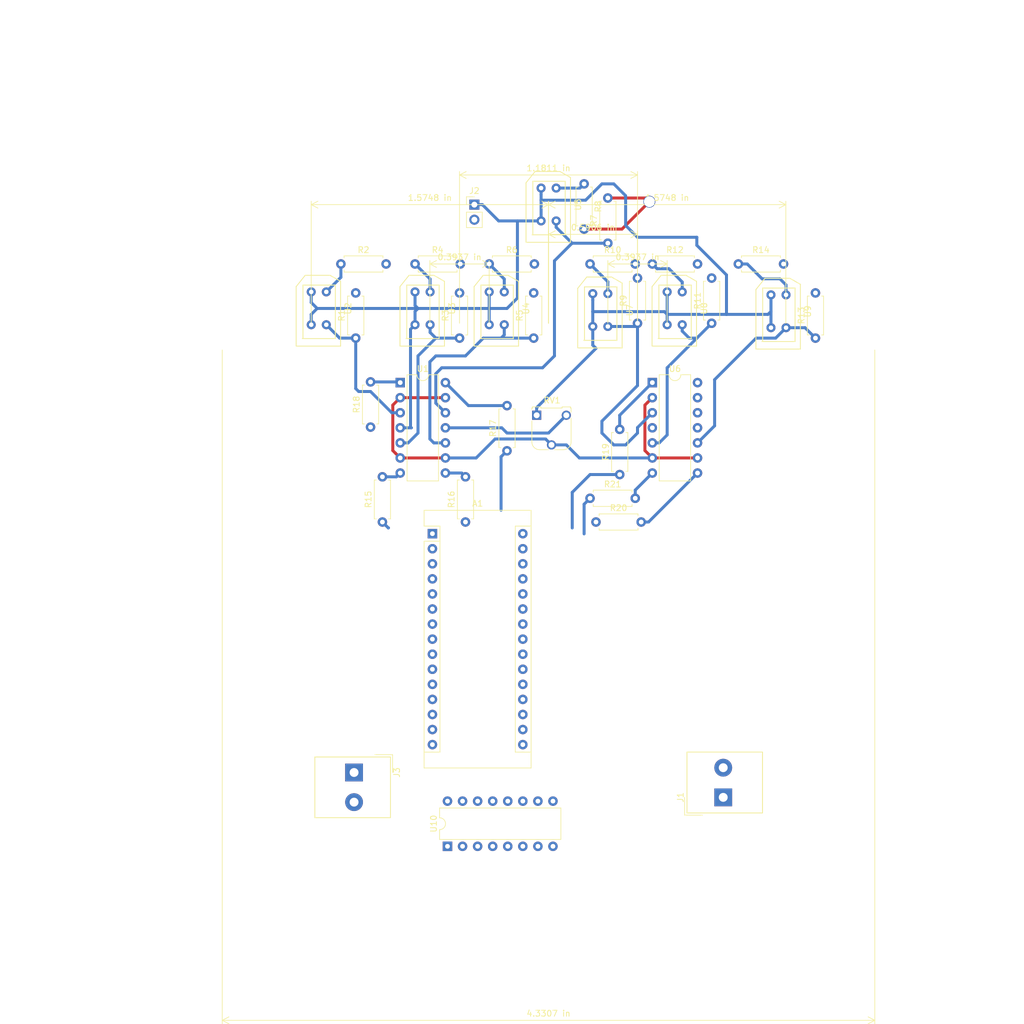
<source format=kicad_pcb>
(kicad_pcb (version 20171130) (host pcbnew 5.1.4-e60b266~84~ubuntu18.04.1)

  (general
    (thickness 1.6)
    (drawings 20)
    (tracks 183)
    (zones 0)
    (modules 36)
    (nets 113)
  )

  (page A4)
  (layers
    (0 F.Cu signal)
    (31 B.Cu signal)
    (32 B.Adhes user)
    (33 F.Adhes user)
    (34 B.Paste user)
    (35 F.Paste user)
    (36 B.SilkS user)
    (37 F.SilkS user)
    (38 B.Mask user)
    (39 F.Mask user)
    (40 Dwgs.User user)
    (41 Cmts.User user)
    (42 Eco1.User user)
    (43 Eco2.User user)
    (44 Edge.Cuts user)
    (45 Margin user)
    (46 B.CrtYd user)
    (47 F.CrtYd user)
    (48 B.Fab user)
    (49 F.Fab user)
  )

  (setup
    (last_trace_width 1)
    (user_trace_width 0.5)
    (user_trace_width 0.8)
    (user_trace_width 1)
    (trace_clearance 0.2)
    (zone_clearance 0.508)
    (zone_45_only no)
    (trace_min 0.2)
    (via_size 0.8)
    (via_drill 0.4)
    (via_min_size 0.4)
    (via_min_drill 0.3)
    (uvia_size 0.3)
    (uvia_drill 0.1)
    (uvias_allowed no)
    (uvia_min_size 0.2)
    (uvia_min_drill 0.1)
    (edge_width 0.05)
    (segment_width 0.2)
    (pcb_text_width 0.3)
    (pcb_text_size 1.5 1.5)
    (mod_edge_width 0.12)
    (mod_text_size 1 1)
    (mod_text_width 0.15)
    (pad_size 1.524 1.524)
    (pad_drill 0.762)
    (pad_to_mask_clearance 0.051)
    (solder_mask_min_width 0.25)
    (aux_axis_origin 0 0)
    (visible_elements FFFFFF7F)
    (pcbplotparams
      (layerselection 0x010fc_ffffffff)
      (usegerberextensions false)
      (usegerberattributes false)
      (usegerberadvancedattributes false)
      (creategerberjobfile false)
      (excludeedgelayer true)
      (linewidth 0.100000)
      (plotframeref false)
      (viasonmask false)
      (mode 1)
      (useauxorigin false)
      (hpglpennumber 1)
      (hpglpenspeed 20)
      (hpglpendiameter 15.000000)
      (psnegative false)
      (psa4output false)
      (plotreference true)
      (plotvalue true)
      (plotinvisibletext false)
      (padsonsilk false)
      (subtractmaskfromsilk false)
      (outputformat 1)
      (mirror false)
      (drillshape 1)
      (scaleselection 1)
      (outputdirectory ""))
  )

  (net 0 "")
  (net 1 /Sheet5D8E0D89/S1)
  (net 2 /Sheet5D8E0D89/S0)
  (net 3 "Net-(A1-Pad30)")
  (net 4 "Net-(A1-Pad14)")
  (net 5 "Net-(A1-Pad13)")
  (net 6 "Net-(A1-Pad28)")
  (net 7 "Net-(A1-Pad12)")
  (net 8 "Net-(A1-Pad27)")
  (net 9 "Net-(A1-Pad11)")
  (net 10 "Net-(A1-Pad26)")
  (net 11 "Net-(A1-Pad10)")
  (net 12 "Net-(A1-Pad25)")
  (net 13 "Net-(A1-Pad24)")
  (net 14 "Net-(A1-Pad23)")
  (net 15 "Net-(A1-Pad22)")
  (net 16 /Sheet5D8E0D89/S6)
  (net 17 /Sheet5D8E0D89/S5)
  (net 18 /Sheet5D8E0D89/S4)
  (net 19 "Net-(A1-Pad3)")
  (net 20 /Sheet5D8E0D89/S3)
  (net 21 /Sheet5D8E0D89/S2)
  (net 22 /Sheet5D8E0D89/powerGND)
  (net 23 /Sheet5D8E0D89/power5)
  (net 24 "Net-(R1-Pad1)")
  (net 25 "Net-(R2-Pad1)")
  (net 26 "Net-(R3-Pad1)")
  (net 27 "Net-(R4-Pad1)")
  (net 28 "Net-(R5-Pad1)")
  (net 29 "Net-(R6-Pad1)")
  (net 30 "Net-(R7-Pad1)")
  (net 31 "Net-(R8-Pad1)")
  (net 32 "Net-(R9-Pad1)")
  (net 33 "Net-(R10-Pad1)")
  (net 34 "Net-(R11-Pad1)")
  (net 35 "Net-(R12-Pad1)")
  (net 36 "Net-(R13-Pad1)")
  (net 37 "Net-(R14-Pad1)")
  (net 38 "Net-(R15-Pad2)")
  (net 39 "Net-(R16-Pad2)")
  (net 40 "Net-(R17-Pad2)")
  (net 41 "Net-(R18-Pad2)")
  (net 42 "Net-(R19-Pad2)")
  (net 43 "Net-(R20-Pad2)")
  (net 44 "Net-(R21-Pad2)")
  (net 45 "Net-(RV1-Pad2)")
  (net 46 "Net-(A1-Pad16)")
  (net 47 "Net-(A1-Pad15)")
  (net 48 "Net-(A1-Pad21)")
  (net 49 "Net-(A1-Pad20)")
  (net 50 "Net-(A1-Pad19)")
  (net 51 "Net-(A1-Pad18)")
  (net 52 "Net-(A1-Pad17)")
  (net 53 "Net-(J1-Pad2)")
  (net 54 "Net-(J1-Pad1)")
  (net 55 "Net-(J3-Pad2)")
  (net 56 "Net-(J3-Pad1)")
  (net 57 "Net-(R2-Pad2)")
  (net 58 "Net-(R3-Pad2)")
  (net 59 "Net-(R4-Pad2)")
  (net 60 "Net-(R5-Pad2)")
  (net 61 "Net-(R6-Pad2)")
  (net 62 "Net-(R7-Pad2)")
  (net 63 "Net-(R8-Pad2)")
  (net 64 "Net-(R9-Pad2)")
  (net 65 "Net-(R10-Pad2)")
  (net 66 "Net-(R11-Pad2)")
  (net 67 "Net-(R12-Pad2)")
  (net 68 "Net-(R13-Pad2)")
  (net 69 "Net-(R14-Pad2)")
  (net 70 "Net-(U1-Pad6)")
  (net 71 "Net-(U1-Pad12)")
  (net 72 "Net-(U1-Pad5)")
  (net 73 "Net-(U1-Pad10)")
  (net 74 "Net-(U1-Pad3)")
  (net 75 "Net-(U1-Pad9)")
  (net 76 "Net-(U2-Pad3)")
  (net 77 "Net-(U2-Pad2)")
  (net 78 "Net-(U2-Pad4)")
  (net 79 "Net-(U2-Pad1)")
  (net 80 "Net-(U3-Pad3)")
  (net 81 "Net-(U3-Pad2)")
  (net 82 "Net-(U3-Pad4)")
  (net 83 "Net-(U3-Pad1)")
  (net 84 "Net-(U4-Pad3)")
  (net 85 "Net-(U4-Pad2)")
  (net 86 "Net-(U4-Pad4)")
  (net 87 "Net-(U4-Pad1)")
  (net 88 "Net-(U5-Pad3)")
  (net 89 "Net-(U5-Pad2)")
  (net 90 "Net-(U5-Pad4)")
  (net 91 "Net-(U5-Pad1)")
  (net 92 "Net-(U6-Pad5)")
  (net 93 "Net-(U6-Pad10)")
  (net 94 "Net-(U6-Pad3)")
  (net 95 "Net-(U7-Pad3)")
  (net 96 "Net-(U7-Pad2)")
  (net 97 "Net-(U7-Pad4)")
  (net 98 "Net-(U7-Pad1)")
  (net 99 "Net-(U8-Pad3)")
  (net 100 "Net-(U8-Pad2)")
  (net 101 "Net-(U8-Pad4)")
  (net 102 "Net-(U8-Pad1)")
  (net 103 "Net-(U9-Pad3)")
  (net 104 "Net-(U9-Pad2)")
  (net 105 "Net-(U9-Pad4)")
  (net 106 "Net-(U9-Pad1)")
  (net 107 "Net-(U10-Pad16)")
  (net 108 "Net-(U10-Pad8)")
  (net 109 "Net-(U10-Pad13)")
  (net 110 "Net-(U10-Pad5)")
  (net 111 "Net-(U10-Pad12)")
  (net 112 "Net-(U10-Pad4)")

  (net_class Default "This is the default net class."
    (clearance 0.2)
    (trace_width 0.25)
    (via_dia 0.8)
    (via_drill 0.4)
    (uvia_dia 0.3)
    (uvia_drill 0.1)
    (add_net /Sheet5D8E0D89/S0)
    (add_net /Sheet5D8E0D89/S1)
    (add_net /Sheet5D8E0D89/S2)
    (add_net /Sheet5D8E0D89/S3)
    (add_net /Sheet5D8E0D89/S4)
    (add_net /Sheet5D8E0D89/S5)
    (add_net /Sheet5D8E0D89/S6)
    (add_net /Sheet5D8E0D89/power5)
    (add_net /Sheet5D8E0D89/powerGND)
    (add_net "Net-(A1-Pad10)")
    (add_net "Net-(A1-Pad11)")
    (add_net "Net-(A1-Pad12)")
    (add_net "Net-(A1-Pad13)")
    (add_net "Net-(A1-Pad14)")
    (add_net "Net-(A1-Pad15)")
    (add_net "Net-(A1-Pad16)")
    (add_net "Net-(A1-Pad17)")
    (add_net "Net-(A1-Pad18)")
    (add_net "Net-(A1-Pad19)")
    (add_net "Net-(A1-Pad20)")
    (add_net "Net-(A1-Pad21)")
    (add_net "Net-(A1-Pad22)")
    (add_net "Net-(A1-Pad23)")
    (add_net "Net-(A1-Pad24)")
    (add_net "Net-(A1-Pad25)")
    (add_net "Net-(A1-Pad26)")
    (add_net "Net-(A1-Pad27)")
    (add_net "Net-(A1-Pad28)")
    (add_net "Net-(A1-Pad3)")
    (add_net "Net-(A1-Pad30)")
    (add_net "Net-(J1-Pad1)")
    (add_net "Net-(J1-Pad2)")
    (add_net "Net-(J3-Pad1)")
    (add_net "Net-(J3-Pad2)")
    (add_net "Net-(R1-Pad1)")
    (add_net "Net-(R10-Pad1)")
    (add_net "Net-(R10-Pad2)")
    (add_net "Net-(R11-Pad1)")
    (add_net "Net-(R11-Pad2)")
    (add_net "Net-(R12-Pad1)")
    (add_net "Net-(R12-Pad2)")
    (add_net "Net-(R13-Pad1)")
    (add_net "Net-(R13-Pad2)")
    (add_net "Net-(R14-Pad1)")
    (add_net "Net-(R14-Pad2)")
    (add_net "Net-(R15-Pad2)")
    (add_net "Net-(R16-Pad2)")
    (add_net "Net-(R17-Pad2)")
    (add_net "Net-(R18-Pad2)")
    (add_net "Net-(R19-Pad2)")
    (add_net "Net-(R2-Pad1)")
    (add_net "Net-(R2-Pad2)")
    (add_net "Net-(R20-Pad2)")
    (add_net "Net-(R21-Pad2)")
    (add_net "Net-(R3-Pad1)")
    (add_net "Net-(R3-Pad2)")
    (add_net "Net-(R4-Pad1)")
    (add_net "Net-(R4-Pad2)")
    (add_net "Net-(R5-Pad1)")
    (add_net "Net-(R5-Pad2)")
    (add_net "Net-(R6-Pad1)")
    (add_net "Net-(R6-Pad2)")
    (add_net "Net-(R7-Pad1)")
    (add_net "Net-(R7-Pad2)")
    (add_net "Net-(R8-Pad1)")
    (add_net "Net-(R8-Pad2)")
    (add_net "Net-(R9-Pad1)")
    (add_net "Net-(R9-Pad2)")
    (add_net "Net-(RV1-Pad2)")
    (add_net "Net-(U1-Pad10)")
    (add_net "Net-(U1-Pad12)")
    (add_net "Net-(U1-Pad3)")
    (add_net "Net-(U1-Pad5)")
    (add_net "Net-(U1-Pad6)")
    (add_net "Net-(U1-Pad9)")
    (add_net "Net-(U10-Pad12)")
    (add_net "Net-(U10-Pad13)")
    (add_net "Net-(U10-Pad16)")
    (add_net "Net-(U10-Pad4)")
    (add_net "Net-(U10-Pad5)")
    (add_net "Net-(U10-Pad8)")
    (add_net "Net-(U2-Pad1)")
    (add_net "Net-(U2-Pad2)")
    (add_net "Net-(U2-Pad3)")
    (add_net "Net-(U2-Pad4)")
    (add_net "Net-(U3-Pad1)")
    (add_net "Net-(U3-Pad2)")
    (add_net "Net-(U3-Pad3)")
    (add_net "Net-(U3-Pad4)")
    (add_net "Net-(U4-Pad1)")
    (add_net "Net-(U4-Pad2)")
    (add_net "Net-(U4-Pad3)")
    (add_net "Net-(U4-Pad4)")
    (add_net "Net-(U5-Pad1)")
    (add_net "Net-(U5-Pad2)")
    (add_net "Net-(U5-Pad3)")
    (add_net "Net-(U5-Pad4)")
    (add_net "Net-(U6-Pad10)")
    (add_net "Net-(U6-Pad3)")
    (add_net "Net-(U6-Pad5)")
    (add_net "Net-(U7-Pad1)")
    (add_net "Net-(U7-Pad2)")
    (add_net "Net-(U7-Pad3)")
    (add_net "Net-(U7-Pad4)")
    (add_net "Net-(U8-Pad1)")
    (add_net "Net-(U8-Pad2)")
    (add_net "Net-(U8-Pad3)")
    (add_net "Net-(U8-Pad4)")
    (add_net "Net-(U9-Pad1)")
    (add_net "Net-(U9-Pad2)")
    (add_net "Net-(U9-Pad3)")
    (add_net "Net-(U9-Pad4)")
  )

  (module Package_DIP:DIP-16_W7.62mm (layer F.Cu) (tedit 5A02E8C5) (tstamp 5DCAA439)
    (at 132.969 145.669 90)
    (descr "16-lead though-hole mounted DIP package, row spacing 7.62 mm (300 mils)")
    (tags "THT DIP DIL PDIP 2.54mm 7.62mm 300mil")
    (path /5DD2F8B6)
    (fp_text reference U10 (at 3.81 -2.33 90) (layer F.SilkS)
      (effects (font (size 1 1) (thickness 0.15)))
    )
    (fp_text value L293D (at 3.81 20.11 90) (layer F.Fab)
      (effects (font (size 1 1) (thickness 0.15)))
    )
    (fp_arc (start 3.81 -1.33) (end 2.81 -1.33) (angle -180) (layer F.SilkS) (width 0.12))
    (fp_line (start 1.635 -1.27) (end 6.985 -1.27) (layer F.Fab) (width 0.1))
    (fp_line (start 6.985 -1.27) (end 6.985 19.05) (layer F.Fab) (width 0.1))
    (fp_line (start 6.985 19.05) (end 0.635 19.05) (layer F.Fab) (width 0.1))
    (fp_line (start 0.635 19.05) (end 0.635 -0.27) (layer F.Fab) (width 0.1))
    (fp_line (start 0.635 -0.27) (end 1.635 -1.27) (layer F.Fab) (width 0.1))
    (fp_line (start 2.81 -1.33) (end 1.16 -1.33) (layer F.SilkS) (width 0.12))
    (fp_line (start 1.16 -1.33) (end 1.16 19.11) (layer F.SilkS) (width 0.12))
    (fp_line (start 1.16 19.11) (end 6.46 19.11) (layer F.SilkS) (width 0.12))
    (fp_line (start 6.46 19.11) (end 6.46 -1.33) (layer F.SilkS) (width 0.12))
    (fp_line (start 6.46 -1.33) (end 4.81 -1.33) (layer F.SilkS) (width 0.12))
    (fp_line (start -1.1 -1.55) (end -1.1 19.3) (layer F.CrtYd) (width 0.05))
    (fp_line (start -1.1 19.3) (end 8.7 19.3) (layer F.CrtYd) (width 0.05))
    (fp_line (start 8.7 19.3) (end 8.7 -1.55) (layer F.CrtYd) (width 0.05))
    (fp_line (start 8.7 -1.55) (end -1.1 -1.55) (layer F.CrtYd) (width 0.05))
    (fp_text user %R (at 3.81 8.89 90) (layer F.Fab)
      (effects (font (size 1 1) (thickness 0.15)))
    )
    (pad 1 thru_hole rect (at 0 0 90) (size 1.6 1.6) (drill 0.8) (layers *.Cu *.Mask)
      (net 5 "Net-(A1-Pad13)"))
    (pad 9 thru_hole oval (at 7.62 17.78 90) (size 1.6 1.6) (drill 0.8) (layers *.Cu *.Mask)
      (net 4 "Net-(A1-Pad14)"))
    (pad 2 thru_hole oval (at 0 2.54 90) (size 1.6 1.6) (drill 0.8) (layers *.Cu *.Mask)
      (net 9 "Net-(A1-Pad11)"))
    (pad 10 thru_hole oval (at 7.62 15.24 90) (size 1.6 1.6) (drill 0.8) (layers *.Cu *.Mask)
      (net 46 "Net-(A1-Pad16)"))
    (pad 3 thru_hole oval (at 0 5.08 90) (size 1.6 1.6) (drill 0.8) (layers *.Cu *.Mask)
      (net 56 "Net-(J3-Pad1)"))
    (pad 11 thru_hole oval (at 7.62 12.7 90) (size 1.6 1.6) (drill 0.8) (layers *.Cu *.Mask)
      (net 54 "Net-(J1-Pad1)"))
    (pad 4 thru_hole oval (at 0 7.62 90) (size 1.6 1.6) (drill 0.8) (layers *.Cu *.Mask)
      (net 112 "Net-(U10-Pad4)"))
    (pad 12 thru_hole oval (at 7.62 10.16 90) (size 1.6 1.6) (drill 0.8) (layers *.Cu *.Mask)
      (net 111 "Net-(U10-Pad12)"))
    (pad 5 thru_hole oval (at 0 10.16 90) (size 1.6 1.6) (drill 0.8) (layers *.Cu *.Mask)
      (net 110 "Net-(U10-Pad5)"))
    (pad 13 thru_hole oval (at 7.62 7.62 90) (size 1.6 1.6) (drill 0.8) (layers *.Cu *.Mask)
      (net 109 "Net-(U10-Pad13)"))
    (pad 6 thru_hole oval (at 0 12.7 90) (size 1.6 1.6) (drill 0.8) (layers *.Cu *.Mask)
      (net 55 "Net-(J3-Pad2)"))
    (pad 14 thru_hole oval (at 7.62 5.08 90) (size 1.6 1.6) (drill 0.8) (layers *.Cu *.Mask)
      (net 53 "Net-(J1-Pad2)"))
    (pad 7 thru_hole oval (at 0 15.24 90) (size 1.6 1.6) (drill 0.8) (layers *.Cu *.Mask)
      (net 7 "Net-(A1-Pad12)"))
    (pad 15 thru_hole oval (at 7.62 2.54 90) (size 1.6 1.6) (drill 0.8) (layers *.Cu *.Mask)
      (net 47 "Net-(A1-Pad15)"))
    (pad 8 thru_hole oval (at 0 17.78 90) (size 1.6 1.6) (drill 0.8) (layers *.Cu *.Mask)
      (net 108 "Net-(U10-Pad8)"))
    (pad 16 thru_hole oval (at 7.62 0 90) (size 1.6 1.6) (drill 0.8) (layers *.Cu *.Mask)
      (net 107 "Net-(U10-Pad16)"))
    (model ${KISYS3DMOD}/Package_DIP.3dshapes/DIP-16_W7.62mm.wrl
      (at (xyz 0 0 0))
      (scale (xyz 1 1 1))
      (rotate (xyz 0 0 0))
    )
  )

  (module TerminalBlock_Altech:Altech_AK300_1x02_P5.00mm_45-Degree (layer F.Cu) (tedit 5C27907F) (tstamp 5DCAA9B6)
    (at 117.221 133.223 270)
    (descr "Altech AK300 serie terminal block (Script generated with StandardBox.py) (http://www.altechcorp.com/PDFS/PCBMETRC.PDF)")
    (tags "Altech AK300 serie connector")
    (path /5DD56F1D)
    (fp_text reference J3 (at 0 -7.2 90) (layer F.SilkS)
      (effects (font (size 1 1) (thickness 0.15)))
    )
    (fp_text value Screw_Terminal_01x02 (at 2.5 7.5 90) (layer F.Fab)
      (effects (font (size 1 1) (thickness 0.15)))
    )
    (fp_line (start -2 -6) (end 7.5 -6) (layer F.Fab) (width 0.1))
    (fp_line (start 7.5 -6) (end 7.5 6.5) (layer F.Fab) (width 0.1))
    (fp_line (start 7.5 6.5) (end -2.5 6.5) (layer F.Fab) (width 0.1))
    (fp_line (start -2.5 6.5) (end -2.5 -5.5) (layer F.Fab) (width 0.1))
    (fp_line (start -2.5 -5.5) (end -2 -6) (layer F.Fab) (width 0.1))
    (fp_line (start -3 -3.5) (end -3 -6.5) (layer F.SilkS) (width 0.12))
    (fp_line (start -3 -6.5) (end 0 -6.5) (layer F.SilkS) (width 0.12))
    (fp_line (start -2.62 -6.12) (end 7.62 -6.12) (layer F.SilkS) (width 0.12))
    (fp_line (start 7.62 -6.12) (end 7.62 6.62) (layer F.SilkS) (width 0.12))
    (fp_line (start -2.62 6.62) (end 7.62 6.62) (layer F.SilkS) (width 0.12))
    (fp_line (start -2.62 -6.12) (end -2.62 6.62) (layer F.SilkS) (width 0.12))
    (fp_line (start -2.62 -6.12) (end 7.62 -6.12) (layer F.SilkS) (width 0.12))
    (fp_line (start 7.62 -6.12) (end 7.62 6.62) (layer F.SilkS) (width 0.12))
    (fp_line (start -2.62 6.62) (end 7.62 6.62) (layer F.SilkS) (width 0.12))
    (fp_line (start -2.62 -6.12) (end -2.62 6.62) (layer F.SilkS) (width 0.12))
    (fp_line (start -2.75 -6.25) (end 7.75 -6.25) (layer F.CrtYd) (width 0.05))
    (fp_line (start 7.75 -6.25) (end 7.75 6.75) (layer F.CrtYd) (width 0.05))
    (fp_line (start -2.75 6.75) (end 7.75 6.75) (layer F.CrtYd) (width 0.05))
    (fp_line (start -2.75 -6.25) (end -2.75 6.75) (layer F.CrtYd) (width 0.05))
    (fp_text user %R (at 2.5 0.25 90) (layer F.Fab)
      (effects (font (size 1 1) (thickness 0.15)))
    )
    (pad 1 thru_hole rect (at 0 0 270) (size 3 3) (drill 1.5) (layers *.Cu *.Mask)
      (net 56 "Net-(J3-Pad1)"))
    (pad 2 thru_hole circle (at 5 0 270) (size 3 3) (drill 1.5) (layers *.Cu *.Mask)
      (net 55 "Net-(J3-Pad2)"))
    (model ${KISYS3DMOD}/TerminalBlock_Altech.3dshapes/Altech_AK300_1x02_P5.00mm_45-Degree.wrl
      (at (xyz 0 0 0))
      (scale (xyz 1 1 1))
      (rotate (xyz 0 0 0))
    )
  )

  (module TerminalBlock_Altech:Altech_AK300_1x02_P5.00mm_45-Degree (layer F.Cu) (tedit 5C27907F) (tstamp 5DCA9CB9)
    (at 179.451 137.414 90)
    (descr "Altech AK300 serie terminal block (Script generated with StandardBox.py) (http://www.altechcorp.com/PDFS/PCBMETRC.PDF)")
    (tags "Altech AK300 serie connector")
    (path /5DD5632C)
    (fp_text reference J1 (at 0 -7.2 90) (layer F.SilkS)
      (effects (font (size 1 1) (thickness 0.15)))
    )
    (fp_text value Screw_Terminal_01x02 (at 2.5 7.5 90) (layer F.Fab)
      (effects (font (size 1 1) (thickness 0.15)))
    )
    (fp_line (start -2 -6) (end 7.5 -6) (layer F.Fab) (width 0.1))
    (fp_line (start 7.5 -6) (end 7.5 6.5) (layer F.Fab) (width 0.1))
    (fp_line (start 7.5 6.5) (end -2.5 6.5) (layer F.Fab) (width 0.1))
    (fp_line (start -2.5 6.5) (end -2.5 -5.5) (layer F.Fab) (width 0.1))
    (fp_line (start -2.5 -5.5) (end -2 -6) (layer F.Fab) (width 0.1))
    (fp_line (start -3 -3.5) (end -3 -6.5) (layer F.SilkS) (width 0.12))
    (fp_line (start -3 -6.5) (end 0 -6.5) (layer F.SilkS) (width 0.12))
    (fp_line (start -2.62 -6.12) (end 7.62 -6.12) (layer F.SilkS) (width 0.12))
    (fp_line (start 7.62 -6.12) (end 7.62 6.62) (layer F.SilkS) (width 0.12))
    (fp_line (start -2.62 6.62) (end 7.62 6.62) (layer F.SilkS) (width 0.12))
    (fp_line (start -2.62 -6.12) (end -2.62 6.62) (layer F.SilkS) (width 0.12))
    (fp_line (start -2.62 -6.12) (end 7.62 -6.12) (layer F.SilkS) (width 0.12))
    (fp_line (start 7.62 -6.12) (end 7.62 6.62) (layer F.SilkS) (width 0.12))
    (fp_line (start -2.62 6.62) (end 7.62 6.62) (layer F.SilkS) (width 0.12))
    (fp_line (start -2.62 -6.12) (end -2.62 6.62) (layer F.SilkS) (width 0.12))
    (fp_line (start -2.75 -6.25) (end 7.75 -6.25) (layer F.CrtYd) (width 0.05))
    (fp_line (start 7.75 -6.25) (end 7.75 6.75) (layer F.CrtYd) (width 0.05))
    (fp_line (start -2.75 6.75) (end 7.75 6.75) (layer F.CrtYd) (width 0.05))
    (fp_line (start -2.75 -6.25) (end -2.75 6.75) (layer F.CrtYd) (width 0.05))
    (fp_text user %R (at 2.5 0.25 90) (layer F.Fab)
      (effects (font (size 1 1) (thickness 0.15)))
    )
    (pad 1 thru_hole rect (at 0 0 90) (size 3 3) (drill 1.5) (layers *.Cu *.Mask)
      (net 54 "Net-(J1-Pad1)"))
    (pad 2 thru_hole circle (at 5 0 90) (size 3 3) (drill 1.5) (layers *.Cu *.Mask)
      (net 53 "Net-(J1-Pad2)"))
    (model ${KISYS3DMOD}/TerminalBlock_Altech.3dshapes/Altech_AK300_1x02_P5.00mm_45-Degree.wrl
      (at (xyz 0 0 0))
      (scale (xyz 1 1 1))
      (rotate (xyz 0 0 0))
    )
  )

  (module Module:Arduino_Nano (layer F.Cu) (tedit 58ACAF70) (tstamp 5DCA9C9F)
    (at 130.429 92.964)
    (descr "Arduino Nano, http://www.mouser.com/pdfdocs/Gravitech_Arduino_Nano3_0.pdf")
    (tags "Arduino Nano")
    (path /5DCE8F47)
    (fp_text reference A1 (at 7.62 -5.08) (layer F.SilkS)
      (effects (font (size 1 1) (thickness 0.15)))
    )
    (fp_text value Arduino_Nano_v3.x (at 8.89 19.05 90) (layer F.Fab)
      (effects (font (size 1 1) (thickness 0.15)))
    )
    (fp_text user %R (at 6.35 19.05 90) (layer F.Fab)
      (effects (font (size 1 1) (thickness 0.15)))
    )
    (fp_line (start 1.27 1.27) (end 1.27 -1.27) (layer F.SilkS) (width 0.12))
    (fp_line (start 1.27 -1.27) (end -1.4 -1.27) (layer F.SilkS) (width 0.12))
    (fp_line (start -1.4 1.27) (end -1.4 39.5) (layer F.SilkS) (width 0.12))
    (fp_line (start -1.4 -3.94) (end -1.4 -1.27) (layer F.SilkS) (width 0.12))
    (fp_line (start 13.97 -1.27) (end 16.64 -1.27) (layer F.SilkS) (width 0.12))
    (fp_line (start 13.97 -1.27) (end 13.97 36.83) (layer F.SilkS) (width 0.12))
    (fp_line (start 13.97 36.83) (end 16.64 36.83) (layer F.SilkS) (width 0.12))
    (fp_line (start 1.27 1.27) (end -1.4 1.27) (layer F.SilkS) (width 0.12))
    (fp_line (start 1.27 1.27) (end 1.27 36.83) (layer F.SilkS) (width 0.12))
    (fp_line (start 1.27 36.83) (end -1.4 36.83) (layer F.SilkS) (width 0.12))
    (fp_line (start 3.81 31.75) (end 11.43 31.75) (layer F.Fab) (width 0.1))
    (fp_line (start 11.43 31.75) (end 11.43 41.91) (layer F.Fab) (width 0.1))
    (fp_line (start 11.43 41.91) (end 3.81 41.91) (layer F.Fab) (width 0.1))
    (fp_line (start 3.81 41.91) (end 3.81 31.75) (layer F.Fab) (width 0.1))
    (fp_line (start -1.4 39.5) (end 16.64 39.5) (layer F.SilkS) (width 0.12))
    (fp_line (start 16.64 39.5) (end 16.64 -3.94) (layer F.SilkS) (width 0.12))
    (fp_line (start 16.64 -3.94) (end -1.4 -3.94) (layer F.SilkS) (width 0.12))
    (fp_line (start 16.51 39.37) (end -1.27 39.37) (layer F.Fab) (width 0.1))
    (fp_line (start -1.27 39.37) (end -1.27 -2.54) (layer F.Fab) (width 0.1))
    (fp_line (start -1.27 -2.54) (end 0 -3.81) (layer F.Fab) (width 0.1))
    (fp_line (start 0 -3.81) (end 16.51 -3.81) (layer F.Fab) (width 0.1))
    (fp_line (start 16.51 -3.81) (end 16.51 39.37) (layer F.Fab) (width 0.1))
    (fp_line (start -1.53 -4.06) (end 16.75 -4.06) (layer F.CrtYd) (width 0.05))
    (fp_line (start -1.53 -4.06) (end -1.53 42.16) (layer F.CrtYd) (width 0.05))
    (fp_line (start 16.75 42.16) (end 16.75 -4.06) (layer F.CrtYd) (width 0.05))
    (fp_line (start 16.75 42.16) (end -1.53 42.16) (layer F.CrtYd) (width 0.05))
    (pad 1 thru_hole rect (at 0 0) (size 1.6 1.6) (drill 0.8) (layers *.Cu *.Mask)
      (net 1 /Sheet5D8E0D89/S1))
    (pad 17 thru_hole oval (at 15.24 33.02) (size 1.6 1.6) (drill 0.8) (layers *.Cu *.Mask)
      (net 52 "Net-(A1-Pad17)"))
    (pad 2 thru_hole oval (at 0 2.54) (size 1.6 1.6) (drill 0.8) (layers *.Cu *.Mask)
      (net 2 /Sheet5D8E0D89/S0))
    (pad 18 thru_hole oval (at 15.24 30.48) (size 1.6 1.6) (drill 0.8) (layers *.Cu *.Mask)
      (net 51 "Net-(A1-Pad18)"))
    (pad 3 thru_hole oval (at 0 5.08) (size 1.6 1.6) (drill 0.8) (layers *.Cu *.Mask)
      (net 19 "Net-(A1-Pad3)"))
    (pad 19 thru_hole oval (at 15.24 27.94) (size 1.6 1.6) (drill 0.8) (layers *.Cu *.Mask)
      (net 50 "Net-(A1-Pad19)"))
    (pad 4 thru_hole oval (at 0 7.62) (size 1.6 1.6) (drill 0.8) (layers *.Cu *.Mask)
      (net 22 /Sheet5D8E0D89/powerGND))
    (pad 20 thru_hole oval (at 15.24 25.4) (size 1.6 1.6) (drill 0.8) (layers *.Cu *.Mask)
      (net 49 "Net-(A1-Pad20)"))
    (pad 5 thru_hole oval (at 0 10.16) (size 1.6 1.6) (drill 0.8) (layers *.Cu *.Mask)
      (net 21 /Sheet5D8E0D89/S2))
    (pad 21 thru_hole oval (at 15.24 22.86) (size 1.6 1.6) (drill 0.8) (layers *.Cu *.Mask)
      (net 48 "Net-(A1-Pad21)"))
    (pad 6 thru_hole oval (at 0 12.7) (size 1.6 1.6) (drill 0.8) (layers *.Cu *.Mask)
      (net 20 /Sheet5D8E0D89/S3))
    (pad 22 thru_hole oval (at 15.24 20.32) (size 1.6 1.6) (drill 0.8) (layers *.Cu *.Mask)
      (net 15 "Net-(A1-Pad22)"))
    (pad 7 thru_hole oval (at 0 15.24) (size 1.6 1.6) (drill 0.8) (layers *.Cu *.Mask)
      (net 18 /Sheet5D8E0D89/S4))
    (pad 23 thru_hole oval (at 15.24 17.78) (size 1.6 1.6) (drill 0.8) (layers *.Cu *.Mask)
      (net 14 "Net-(A1-Pad23)"))
    (pad 8 thru_hole oval (at 0 17.78) (size 1.6 1.6) (drill 0.8) (layers *.Cu *.Mask)
      (net 17 /Sheet5D8E0D89/S5))
    (pad 24 thru_hole oval (at 15.24 15.24) (size 1.6 1.6) (drill 0.8) (layers *.Cu *.Mask)
      (net 13 "Net-(A1-Pad24)"))
    (pad 9 thru_hole oval (at 0 20.32) (size 1.6 1.6) (drill 0.8) (layers *.Cu *.Mask)
      (net 16 /Sheet5D8E0D89/S6))
    (pad 25 thru_hole oval (at 15.24 12.7) (size 1.6 1.6) (drill 0.8) (layers *.Cu *.Mask)
      (net 12 "Net-(A1-Pad25)"))
    (pad 10 thru_hole oval (at 0 22.86) (size 1.6 1.6) (drill 0.8) (layers *.Cu *.Mask)
      (net 11 "Net-(A1-Pad10)"))
    (pad 26 thru_hole oval (at 15.24 10.16) (size 1.6 1.6) (drill 0.8) (layers *.Cu *.Mask)
      (net 10 "Net-(A1-Pad26)"))
    (pad 11 thru_hole oval (at 0 25.4) (size 1.6 1.6) (drill 0.8) (layers *.Cu *.Mask)
      (net 9 "Net-(A1-Pad11)"))
    (pad 27 thru_hole oval (at 15.24 7.62) (size 1.6 1.6) (drill 0.8) (layers *.Cu *.Mask)
      (net 8 "Net-(A1-Pad27)"))
    (pad 12 thru_hole oval (at 0 27.94) (size 1.6 1.6) (drill 0.8) (layers *.Cu *.Mask)
      (net 7 "Net-(A1-Pad12)"))
    (pad 28 thru_hole oval (at 15.24 5.08) (size 1.6 1.6) (drill 0.8) (layers *.Cu *.Mask)
      (net 6 "Net-(A1-Pad28)"))
    (pad 13 thru_hole oval (at 0 30.48) (size 1.6 1.6) (drill 0.8) (layers *.Cu *.Mask)
      (net 5 "Net-(A1-Pad13)"))
    (pad 29 thru_hole oval (at 15.24 2.54) (size 1.6 1.6) (drill 0.8) (layers *.Cu *.Mask)
      (net 22 /Sheet5D8E0D89/powerGND))
    (pad 14 thru_hole oval (at 0 33.02) (size 1.6 1.6) (drill 0.8) (layers *.Cu *.Mask)
      (net 4 "Net-(A1-Pad14)"))
    (pad 30 thru_hole oval (at 15.24 0) (size 1.6 1.6) (drill 0.8) (layers *.Cu *.Mask)
      (net 3 "Net-(A1-Pad30)"))
    (pad 15 thru_hole oval (at 0 35.56) (size 1.6 1.6) (drill 0.8) (layers *.Cu *.Mask)
      (net 47 "Net-(A1-Pad15)"))
    (pad 16 thru_hole oval (at 15.24 35.56) (size 1.6 1.6) (drill 0.8) (layers *.Cu *.Mask)
      (net 46 "Net-(A1-Pad16)"))
    (model ${KISYS3DMOD}/Module.3dshapes/Arduino_Nano_WithMountingHoles.wrl
      (at (xyz 0 0 0))
      (scale (xyz 1 1 1))
      (rotate (xyz 0 0 0))
    )
  )

  (module Resistor_THT:R_Axial_DIN0207_L6.3mm_D2.5mm_P7.62mm_Horizontal (layer F.Cu) (tedit 5AE5139B) (tstamp 5D9046FC)
    (at 182 47.5)
    (descr "Resistor, Axial_DIN0207 series, Axial, Horizontal, pin pitch=7.62mm, 0.25W = 1/4W, length*diameter=6.3*2.5mm^2, http://cdn-reichelt.de/documents/datenblatt/B400/1_4W%23YAG.pdf")
    (tags "Resistor Axial_DIN0207 series Axial Horizontal pin pitch 7.62mm 0.25W = 1/4W length 6.3mm diameter 2.5mm")
    (path /5D8E0D8A/5D903311)
    (fp_text reference R14 (at 3.81 -2.37) (layer F.SilkS)
      (effects (font (size 1 1) (thickness 0.15)))
    )
    (fp_text value 100 (at 3.81 2.37) (layer F.Fab)
      (effects (font (size 1 1) (thickness 0.15)))
    )
    (fp_line (start 0.66 -1.25) (end 0.66 1.25) (layer F.Fab) (width 0.1))
    (fp_line (start 0.66 1.25) (end 6.96 1.25) (layer F.Fab) (width 0.1))
    (fp_line (start 6.96 1.25) (end 6.96 -1.25) (layer F.Fab) (width 0.1))
    (fp_line (start 6.96 -1.25) (end 0.66 -1.25) (layer F.Fab) (width 0.1))
    (fp_line (start 0 0) (end 0.66 0) (layer F.Fab) (width 0.1))
    (fp_line (start 7.62 0) (end 6.96 0) (layer F.Fab) (width 0.1))
    (fp_line (start 0.54 -1.04) (end 0.54 -1.37) (layer F.SilkS) (width 0.12))
    (fp_line (start 0.54 -1.37) (end 7.08 -1.37) (layer F.SilkS) (width 0.12))
    (fp_line (start 7.08 -1.37) (end 7.08 -1.04) (layer F.SilkS) (width 0.12))
    (fp_line (start 0.54 1.04) (end 0.54 1.37) (layer F.SilkS) (width 0.12))
    (fp_line (start 0.54 1.37) (end 7.08 1.37) (layer F.SilkS) (width 0.12))
    (fp_line (start 7.08 1.37) (end 7.08 1.04) (layer F.SilkS) (width 0.12))
    (fp_line (start -1.05 -1.5) (end -1.05 1.5) (layer F.CrtYd) (width 0.05))
    (fp_line (start -1.05 1.5) (end 8.67 1.5) (layer F.CrtYd) (width 0.05))
    (fp_line (start 8.67 1.5) (end 8.67 -1.5) (layer F.CrtYd) (width 0.05))
    (fp_line (start 8.67 -1.5) (end -1.05 -1.5) (layer F.CrtYd) (width 0.05))
    (fp_text user %R (at 3.81 0) (layer F.Fab)
      (effects (font (size 1 1) (thickness 0.15)))
    )
    (pad 1 thru_hole circle (at 0 0) (size 1.6 1.6) (drill 0.8) (layers *.Cu *.Mask)
      (net 37 "Net-(R14-Pad1)"))
    (pad 2 thru_hole oval (at 7.62 0) (size 1.6 1.6) (drill 0.8) (layers *.Cu *.Mask)
      (net 69 "Net-(R14-Pad2)"))
    (model ${KISYS3DMOD}/Resistor_THT.3dshapes/R_Axial_DIN0207_L6.3mm_D2.5mm_P7.62mm_Horizontal.wrl
      (at (xyz 0 0 0))
      (scale (xyz 1 1 1))
      (rotate (xyz 0 0 0))
    )
  )

  (module "selfLibrary:TCRT 5000" (layer F.Cu) (tedit 5D8DA1EB) (tstamp 5D90489E)
    (at 187.5 55.5 90)
    (path /5D8E0D8A/5D90330B)
    (fp_text reference U9 (at 0 6.223 90) (layer F.SilkS)
      (effects (font (size 1 1) (thickness 0.15)))
    )
    (fp_text value TCRT5000 (at -0.762 -3.429 90) (layer F.Fab)
      (effects (font (size 1 1) (thickness 0.15)))
    )
    (fp_circle (center 0 -1.397) (end 1.408727 -1.397) (layer B.Mask) (width 0.15))
    (fp_circle (center 0 3.937) (end 1.408727 3.937) (layer B.Mask) (width 0.15))
    (fp_circle (center -4.4196 3.7084) (end -3.919278 3.7084) (layer B.Mask) (width 0.15))
    (fp_line (start -6.35 -2.413) (end -6.35 4.953) (layer F.SilkS) (width 0.15))
    (fp_line (start -6.35 4.953) (end 4.572 4.953) (layer F.SilkS) (width 0.15))
    (fp_line (start 4.572 4.953) (end 5.588 3.175) (layer F.SilkS) (width 0.15))
    (fp_line (start 5.588 3.175) (end 5.588 -1.016) (layer F.SilkS) (width 0.15))
    (fp_line (start 5.588 -1.016) (end 3.683 -2.54) (layer F.SilkS) (width 0.15))
    (fp_line (start 3.683 -2.54) (end -6.35 -2.54) (layer F.SilkS) (width 0.15))
    (fp_line (start -5.08 -1.524) (end -5.08 4.064) (layer F.SilkS) (width 0.15))
    (fp_line (start -5.08 4.064) (end 3.937 4.064) (layer F.SilkS) (width 0.15))
    (fp_line (start 3.937 4.064) (end 3.937 -1.397) (layer F.SilkS) (width 0.15))
    (fp_line (start 3.937 -1.397) (end -5.08 -1.397) (layer F.SilkS) (width 0.15))
    (pad 1 thru_hole circle (at 2.794 0 90) (size 1.524 1.524) (drill 0.762) (layers *.Cu *.Mask)
      (net 106 "Net-(U9-Pad1)"))
    (pad 4 thru_hole circle (at -2.7432 0 90) (size 1.524 1.524) (drill 0.762) (layers *.Cu *.Mask)
      (net 105 "Net-(U9-Pad4)"))
    (pad 2 thru_hole circle (at 2.794 2.54 90) (size 1.524 1.524) (drill 0.762) (layers *.Cu *.Mask)
      (net 104 "Net-(U9-Pad2)"))
    (pad 3 thru_hole circle (at -2.7432 2.54 90) (size 1.524 1.524) (drill 0.762) (layers *.Cu *.Mask)
      (net 103 "Net-(U9-Pad3)"))
  )

  (module Resistor_THT:R_Axial_DIN0207_L6.3mm_D2.5mm_P7.62mm_Horizontal (layer F.Cu) (tedit 5AE5139B) (tstamp 5D904672)
    (at 156 34 270)
    (descr "Resistor, Axial_DIN0207 series, Axial, Horizontal, pin pitch=7.62mm, 0.25W = 1/4W, length*diameter=6.3*2.5mm^2, http://cdn-reichelt.de/documents/datenblatt/B400/1_4W%23YAG.pdf")
    (tags "Resistor Axial_DIN0207 series Axial Horizontal pin pitch 7.62mm 0.25W = 1/4W length 6.3mm diameter 2.5mm")
    (path /5D8E0D8A/5D8FA539)
    (fp_text reference R8 (at 3.81 -2.37 90) (layer F.SilkS)
      (effects (font (size 1 1) (thickness 0.15)))
    )
    (fp_text value 100 (at 3.81 2.37 90) (layer F.Fab)
      (effects (font (size 1 1) (thickness 0.15)))
    )
    (fp_line (start 0.66 -1.25) (end 0.66 1.25) (layer F.Fab) (width 0.1))
    (fp_line (start 0.66 1.25) (end 6.96 1.25) (layer F.Fab) (width 0.1))
    (fp_line (start 6.96 1.25) (end 6.96 -1.25) (layer F.Fab) (width 0.1))
    (fp_line (start 6.96 -1.25) (end 0.66 -1.25) (layer F.Fab) (width 0.1))
    (fp_line (start 0 0) (end 0.66 0) (layer F.Fab) (width 0.1))
    (fp_line (start 7.62 0) (end 6.96 0) (layer F.Fab) (width 0.1))
    (fp_line (start 0.54 -1.04) (end 0.54 -1.37) (layer F.SilkS) (width 0.12))
    (fp_line (start 0.54 -1.37) (end 7.08 -1.37) (layer F.SilkS) (width 0.12))
    (fp_line (start 7.08 -1.37) (end 7.08 -1.04) (layer F.SilkS) (width 0.12))
    (fp_line (start 0.54 1.04) (end 0.54 1.37) (layer F.SilkS) (width 0.12))
    (fp_line (start 0.54 1.37) (end 7.08 1.37) (layer F.SilkS) (width 0.12))
    (fp_line (start 7.08 1.37) (end 7.08 1.04) (layer F.SilkS) (width 0.12))
    (fp_line (start -1.05 -1.5) (end -1.05 1.5) (layer F.CrtYd) (width 0.05))
    (fp_line (start -1.05 1.5) (end 8.67 1.5) (layer F.CrtYd) (width 0.05))
    (fp_line (start 8.67 1.5) (end 8.67 -1.5) (layer F.CrtYd) (width 0.05))
    (fp_line (start 8.67 -1.5) (end -1.05 -1.5) (layer F.CrtYd) (width 0.05))
    (fp_text user %R (at 3.81 0 90) (layer F.Fab)
      (effects (font (size 1 1) (thickness 0.15)))
    )
    (pad 1 thru_hole circle (at 0 0 270) (size 1.6 1.6) (drill 0.8) (layers *.Cu *.Mask)
      (net 31 "Net-(R8-Pad1)"))
    (pad 2 thru_hole oval (at 7.62 0 270) (size 1.6 1.6) (drill 0.8) (layers *.Cu *.Mask)
      (net 63 "Net-(R8-Pad2)"))
    (model ${KISYS3DMOD}/Resistor_THT.3dshapes/R_Axial_DIN0207_L6.3mm_D2.5mm_P7.62mm_Horizontal.wrl
      (at (xyz 0 0 0))
      (scale (xyz 1 1 1))
      (rotate (xyz 0 0 0))
    )
  )

  (module Resistor_THT:R_Axial_DIN0207_L6.3mm_D2.5mm_P7.62mm_Horizontal (layer F.Cu) (tedit 5AE5139B) (tstamp 5D90465B)
    (at 160 44 90)
    (descr "Resistor, Axial_DIN0207 series, Axial, Horizontal, pin pitch=7.62mm, 0.25W = 1/4W, length*diameter=6.3*2.5mm^2, http://cdn-reichelt.de/documents/datenblatt/B400/1_4W%23YAG.pdf")
    (tags "Resistor Axial_DIN0207 series Axial Horizontal pin pitch 7.62mm 0.25W = 1/4W length 6.3mm diameter 2.5mm")
    (path /5D8E0D8A/5D8FA53F)
    (fp_text reference R7 (at 3.81 -2.37 90) (layer F.SilkS)
      (effects (font (size 1 1) (thickness 0.15)))
    )
    (fp_text value 10K (at 3.81 2.37 90) (layer F.Fab)
      (effects (font (size 1 1) (thickness 0.15)))
    )
    (fp_line (start 0.66 -1.25) (end 0.66 1.25) (layer F.Fab) (width 0.1))
    (fp_line (start 0.66 1.25) (end 6.96 1.25) (layer F.Fab) (width 0.1))
    (fp_line (start 6.96 1.25) (end 6.96 -1.25) (layer F.Fab) (width 0.1))
    (fp_line (start 6.96 -1.25) (end 0.66 -1.25) (layer F.Fab) (width 0.1))
    (fp_line (start 0 0) (end 0.66 0) (layer F.Fab) (width 0.1))
    (fp_line (start 7.62 0) (end 6.96 0) (layer F.Fab) (width 0.1))
    (fp_line (start 0.54 -1.04) (end 0.54 -1.37) (layer F.SilkS) (width 0.12))
    (fp_line (start 0.54 -1.37) (end 7.08 -1.37) (layer F.SilkS) (width 0.12))
    (fp_line (start 7.08 -1.37) (end 7.08 -1.04) (layer F.SilkS) (width 0.12))
    (fp_line (start 0.54 1.04) (end 0.54 1.37) (layer F.SilkS) (width 0.12))
    (fp_line (start 0.54 1.37) (end 7.08 1.37) (layer F.SilkS) (width 0.12))
    (fp_line (start 7.08 1.37) (end 7.08 1.04) (layer F.SilkS) (width 0.12))
    (fp_line (start -1.05 -1.5) (end -1.05 1.5) (layer F.CrtYd) (width 0.05))
    (fp_line (start -1.05 1.5) (end 8.67 1.5) (layer F.CrtYd) (width 0.05))
    (fp_line (start 8.67 1.5) (end 8.67 -1.5) (layer F.CrtYd) (width 0.05))
    (fp_line (start 8.67 -1.5) (end -1.05 -1.5) (layer F.CrtYd) (width 0.05))
    (fp_text user %R (at 3.81 0 90) (layer F.Fab)
      (effects (font (size 1 1) (thickness 0.15)))
    )
    (pad 1 thru_hole circle (at 0 0 90) (size 1.6 1.6) (drill 0.8) (layers *.Cu *.Mask)
      (net 30 "Net-(R7-Pad1)"))
    (pad 2 thru_hole oval (at 7.62 0 90) (size 1.6 1.6) (drill 0.8) (layers *.Cu *.Mask)
      (net 62 "Net-(R7-Pad2)"))
    (model ${KISYS3DMOD}/Resistor_THT.3dshapes/R_Axial_DIN0207_L6.3mm_D2.5mm_P7.62mm_Horizontal.wrl
      (at (xyz 0 0 0))
      (scale (xyz 1 1 1))
      (rotate (xyz 0 0 0))
    )
  )

  (module "selfLibrary:TCRT 5000" (layer F.Cu) (tedit 5D8DA1EB) (tstamp 5D9047FE)
    (at 110 55 90)
    (path /5D8E0D8A/5D8F0B0B)
    (fp_text reference U2 (at 0 6.223 90) (layer F.SilkS)
      (effects (font (size 1 1) (thickness 0.15)))
    )
    (fp_text value TCRT5000 (at -0.762 -3.429 90) (layer F.Fab)
      (effects (font (size 1 1) (thickness 0.15)))
    )
    (fp_circle (center 0 -1.397) (end 1.408727 -1.397) (layer B.Mask) (width 0.15))
    (fp_circle (center 0 3.937) (end 1.408727 3.937) (layer B.Mask) (width 0.15))
    (fp_circle (center -4.4196 3.7084) (end -3.919278 3.7084) (layer B.Mask) (width 0.15))
    (fp_line (start -6.35 -2.413) (end -6.35 4.953) (layer F.SilkS) (width 0.15))
    (fp_line (start -6.35 4.953) (end 4.572 4.953) (layer F.SilkS) (width 0.15))
    (fp_line (start 4.572 4.953) (end 5.588 3.175) (layer F.SilkS) (width 0.15))
    (fp_line (start 5.588 3.175) (end 5.588 -1.016) (layer F.SilkS) (width 0.15))
    (fp_line (start 5.588 -1.016) (end 3.683 -2.54) (layer F.SilkS) (width 0.15))
    (fp_line (start 3.683 -2.54) (end -6.35 -2.54) (layer F.SilkS) (width 0.15))
    (fp_line (start -5.08 -1.524) (end -5.08 4.064) (layer F.SilkS) (width 0.15))
    (fp_line (start -5.08 4.064) (end 3.937 4.064) (layer F.SilkS) (width 0.15))
    (fp_line (start 3.937 4.064) (end 3.937 -1.397) (layer F.SilkS) (width 0.15))
    (fp_line (start 3.937 -1.397) (end -5.08 -1.397) (layer F.SilkS) (width 0.15))
    (pad 1 thru_hole circle (at 2.794 0 90) (size 1.524 1.524) (drill 0.762) (layers *.Cu *.Mask)
      (net 79 "Net-(U2-Pad1)"))
    (pad 4 thru_hole circle (at -2.7432 0 90) (size 1.524 1.524) (drill 0.762) (layers *.Cu *.Mask)
      (net 78 "Net-(U2-Pad4)"))
    (pad 2 thru_hole circle (at 2.794 2.54 90) (size 1.524 1.524) (drill 0.762) (layers *.Cu *.Mask)
      (net 77 "Net-(U2-Pad2)"))
    (pad 3 thru_hole circle (at -2.7432 2.54 90) (size 1.524 1.524) (drill 0.762) (layers *.Cu *.Mask)
      (net 76 "Net-(U2-Pad3)"))
  )

  (module "selfLibrary:TCRT 5000" (layer F.Cu) (tedit 5D8DA1EB) (tstamp 5D904889)
    (at 170 55 90)
    (path /5D8E0D8A/5D8FF4CD)
    (fp_text reference U8 (at 0 6.223 90) (layer F.SilkS)
      (effects (font (size 1 1) (thickness 0.15)))
    )
    (fp_text value TCRT5000 (at -0.762 -3.429 90) (layer F.Fab)
      (effects (font (size 1 1) (thickness 0.15)))
    )
    (fp_circle (center 0 -1.397) (end 1.408727 -1.397) (layer B.Mask) (width 0.15))
    (fp_circle (center 0 3.937) (end 1.408727 3.937) (layer B.Mask) (width 0.15))
    (fp_circle (center -4.4196 3.7084) (end -3.919278 3.7084) (layer B.Mask) (width 0.15))
    (fp_line (start -6.35 -2.413) (end -6.35 4.953) (layer F.SilkS) (width 0.15))
    (fp_line (start -6.35 4.953) (end 4.572 4.953) (layer F.SilkS) (width 0.15))
    (fp_line (start 4.572 4.953) (end 5.588 3.175) (layer F.SilkS) (width 0.15))
    (fp_line (start 5.588 3.175) (end 5.588 -1.016) (layer F.SilkS) (width 0.15))
    (fp_line (start 5.588 -1.016) (end 3.683 -2.54) (layer F.SilkS) (width 0.15))
    (fp_line (start 3.683 -2.54) (end -6.35 -2.54) (layer F.SilkS) (width 0.15))
    (fp_line (start -5.08 -1.524) (end -5.08 4.064) (layer F.SilkS) (width 0.15))
    (fp_line (start -5.08 4.064) (end 3.937 4.064) (layer F.SilkS) (width 0.15))
    (fp_line (start 3.937 4.064) (end 3.937 -1.397) (layer F.SilkS) (width 0.15))
    (fp_line (start 3.937 -1.397) (end -5.08 -1.397) (layer F.SilkS) (width 0.15))
    (pad 1 thru_hole circle (at 2.794 0 90) (size 1.524 1.524) (drill 0.762) (layers *.Cu *.Mask)
      (net 102 "Net-(U8-Pad1)"))
    (pad 4 thru_hole circle (at -2.7432 0 90) (size 1.524 1.524) (drill 0.762) (layers *.Cu *.Mask)
      (net 101 "Net-(U8-Pad4)"))
    (pad 2 thru_hole circle (at 2.794 2.54 90) (size 1.524 1.524) (drill 0.762) (layers *.Cu *.Mask)
      (net 100 "Net-(U8-Pad2)"))
    (pad 3 thru_hole circle (at -2.7432 2.54 90) (size 1.524 1.524) (drill 0.762) (layers *.Cu *.Mask)
      (net 99 "Net-(U8-Pad3)"))
  )

  (module "selfLibrary:TCRT 5000" (layer F.Cu) (tedit 5D8DA1EB) (tstamp 5D904874)
    (at 157.46 55.294 90)
    (path /5D8E0D8A/5D8FC8A9)
    (fp_text reference U7 (at 0 6.223 90) (layer F.SilkS)
      (effects (font (size 1 1) (thickness 0.15)))
    )
    (fp_text value TCRT5000 (at -0.762 -3.429 90) (layer F.Fab)
      (effects (font (size 1 1) (thickness 0.15)))
    )
    (fp_circle (center 0 -1.397) (end 1.408727 -1.397) (layer B.Mask) (width 0.15))
    (fp_circle (center 0 3.937) (end 1.408727 3.937) (layer B.Mask) (width 0.15))
    (fp_circle (center -4.4196 3.7084) (end -3.919278 3.7084) (layer B.Mask) (width 0.15))
    (fp_line (start -6.35 -2.413) (end -6.35 4.953) (layer F.SilkS) (width 0.15))
    (fp_line (start -6.35 4.953) (end 4.572 4.953) (layer F.SilkS) (width 0.15))
    (fp_line (start 4.572 4.953) (end 5.588 3.175) (layer F.SilkS) (width 0.15))
    (fp_line (start 5.588 3.175) (end 5.588 -1.016) (layer F.SilkS) (width 0.15))
    (fp_line (start 5.588 -1.016) (end 3.683 -2.54) (layer F.SilkS) (width 0.15))
    (fp_line (start 3.683 -2.54) (end -6.35 -2.54) (layer F.SilkS) (width 0.15))
    (fp_line (start -5.08 -1.524) (end -5.08 4.064) (layer F.SilkS) (width 0.15))
    (fp_line (start -5.08 4.064) (end 3.937 4.064) (layer F.SilkS) (width 0.15))
    (fp_line (start 3.937 4.064) (end 3.937 -1.397) (layer F.SilkS) (width 0.15))
    (fp_line (start 3.937 -1.397) (end -5.08 -1.397) (layer F.SilkS) (width 0.15))
    (pad 1 thru_hole circle (at 2.794 0 90) (size 1.524 1.524) (drill 0.762) (layers *.Cu *.Mask)
      (net 98 "Net-(U7-Pad1)"))
    (pad 4 thru_hole circle (at -2.7432 0 90) (size 1.524 1.524) (drill 0.762) (layers *.Cu *.Mask)
      (net 97 "Net-(U7-Pad4)"))
    (pad 2 thru_hole circle (at 2.794 2.54 90) (size 1.524 1.524) (drill 0.762) (layers *.Cu *.Mask)
      (net 96 "Net-(U7-Pad2)"))
    (pad 3 thru_hole circle (at -2.7432 2.54 90) (size 1.524 1.524) (drill 0.762) (layers *.Cu *.Mask)
      (net 95 "Net-(U7-Pad3)"))
  )

  (module Package_DIP:DIP-14_W7.62mm (layer F.Cu) (tedit 5A02E8C5) (tstamp 5D90485F)
    (at 167.5 67.5)
    (descr "14-lead though-hole mounted DIP package, row spacing 7.62 mm (300 mils)")
    (tags "THT DIP DIL PDIP 2.54mm 7.62mm 300mil")
    (path /5D8E0D8A/5D9278E0)
    (fp_text reference U6 (at 3.81 -2.33) (layer F.SilkS)
      (effects (font (size 1 1) (thickness 0.15)))
    )
    (fp_text value LM324 (at 3.81 17.57) (layer F.Fab)
      (effects (font (size 1 1) (thickness 0.15)))
    )
    (fp_arc (start 3.81 -1.33) (end 2.81 -1.33) (angle -180) (layer F.SilkS) (width 0.12))
    (fp_line (start 1.635 -1.27) (end 6.985 -1.27) (layer F.Fab) (width 0.1))
    (fp_line (start 6.985 -1.27) (end 6.985 16.51) (layer F.Fab) (width 0.1))
    (fp_line (start 6.985 16.51) (end 0.635 16.51) (layer F.Fab) (width 0.1))
    (fp_line (start 0.635 16.51) (end 0.635 -0.27) (layer F.Fab) (width 0.1))
    (fp_line (start 0.635 -0.27) (end 1.635 -1.27) (layer F.Fab) (width 0.1))
    (fp_line (start 2.81 -1.33) (end 1.16 -1.33) (layer F.SilkS) (width 0.12))
    (fp_line (start 1.16 -1.33) (end 1.16 16.57) (layer F.SilkS) (width 0.12))
    (fp_line (start 1.16 16.57) (end 6.46 16.57) (layer F.SilkS) (width 0.12))
    (fp_line (start 6.46 16.57) (end 6.46 -1.33) (layer F.SilkS) (width 0.12))
    (fp_line (start 6.46 -1.33) (end 4.81 -1.33) (layer F.SilkS) (width 0.12))
    (fp_line (start -1.1 -1.55) (end -1.1 16.8) (layer F.CrtYd) (width 0.05))
    (fp_line (start -1.1 16.8) (end 8.7 16.8) (layer F.CrtYd) (width 0.05))
    (fp_line (start 8.7 16.8) (end 8.7 -1.55) (layer F.CrtYd) (width 0.05))
    (fp_line (start 8.7 -1.55) (end -1.1 -1.55) (layer F.CrtYd) (width 0.05))
    (fp_text user %R (at 3.81 7.62) (layer F.Fab)
      (effects (font (size 1 1) (thickness 0.15)))
    )
    (pad 1 thru_hole rect (at 0 0) (size 1.6 1.6) (drill 0.8) (layers *.Cu *.Mask)
      (net 42 "Net-(R19-Pad2)"))
    (pad 8 thru_hole oval (at 7.62 15.24) (size 1.6 1.6) (drill 0.8) (layers *.Cu *.Mask)
      (net 43 "Net-(R20-Pad2)"))
    (pad 2 thru_hole oval (at 0 2.54) (size 1.6 1.6) (drill 0.8) (layers *.Cu *.Mask)
      (net 45 "Net-(RV1-Pad2)"))
    (pad 9 thru_hole oval (at 7.62 12.7) (size 1.6 1.6) (drill 0.8) (layers *.Cu *.Mask)
      (net 45 "Net-(RV1-Pad2)"))
    (pad 3 thru_hole oval (at 0 5.08) (size 1.6 1.6) (drill 0.8) (layers *.Cu *.Mask)
      (net 94 "Net-(U6-Pad3)"))
    (pad 10 thru_hole oval (at 7.62 10.16) (size 1.6 1.6) (drill 0.8) (layers *.Cu *.Mask)
      (net 93 "Net-(U6-Pad10)"))
    (pad 4 thru_hole oval (at 0 7.62) (size 1.6 1.6) (drill 0.8) (layers *.Cu *.Mask))
    (pad 11 thru_hole oval (at 7.62 7.62) (size 1.6 1.6) (drill 0.8) (layers *.Cu *.Mask))
    (pad 5 thru_hole oval (at 0 10.16) (size 1.6 1.6) (drill 0.8) (layers *.Cu *.Mask)
      (net 92 "Net-(U6-Pad5)"))
    (pad 12 thru_hole oval (at 7.62 5.08) (size 1.6 1.6) (drill 0.8) (layers *.Cu *.Mask))
    (pad 6 thru_hole oval (at 0 12.7) (size 1.6 1.6) (drill 0.8) (layers *.Cu *.Mask)
      (net 45 "Net-(RV1-Pad2)"))
    (pad 13 thru_hole oval (at 7.62 2.54) (size 1.6 1.6) (drill 0.8) (layers *.Cu *.Mask))
    (pad 7 thru_hole oval (at 0 15.24) (size 1.6 1.6) (drill 0.8) (layers *.Cu *.Mask)
      (net 44 "Net-(R21-Pad2)"))
    (pad 14 thru_hole oval (at 7.62 0) (size 1.6 1.6) (drill 0.8) (layers *.Cu *.Mask))
    (model ${KISYS3DMOD}/Package_DIP.3dshapes/DIP-14_W7.62mm.wrl
      (at (xyz 0 0 0))
      (scale (xyz 1 1 1))
      (rotate (xyz 0 0 0))
    )
  )

  (module "selfLibrary:TCRT 5000" (layer F.Cu) (tedit 5D8DA1EB) (tstamp 5D90483D)
    (at 148.75 37.5 90)
    (path /5D8E0D8A/5D8FA533)
    (fp_text reference U5 (at 0 6.223 90) (layer F.SilkS)
      (effects (font (size 1 1) (thickness 0.15)))
    )
    (fp_text value TCRT5000 (at -0.762 -3.429 90) (layer F.Fab)
      (effects (font (size 1 1) (thickness 0.15)))
    )
    (fp_circle (center 0 -1.397) (end 1.408727 -1.397) (layer B.Mask) (width 0.15))
    (fp_circle (center 0 3.937) (end 1.408727 3.937) (layer B.Mask) (width 0.15))
    (fp_circle (center -4.4196 3.7084) (end -3.919278 3.7084) (layer B.Mask) (width 0.15))
    (fp_line (start -6.35 -2.413) (end -6.35 4.953) (layer F.SilkS) (width 0.15))
    (fp_line (start -6.35 4.953) (end 4.572 4.953) (layer F.SilkS) (width 0.15))
    (fp_line (start 4.572 4.953) (end 5.588 3.175) (layer F.SilkS) (width 0.15))
    (fp_line (start 5.588 3.175) (end 5.588 -1.016) (layer F.SilkS) (width 0.15))
    (fp_line (start 5.588 -1.016) (end 3.683 -2.54) (layer F.SilkS) (width 0.15))
    (fp_line (start 3.683 -2.54) (end -6.35 -2.54) (layer F.SilkS) (width 0.15))
    (fp_line (start -5.08 -1.524) (end -5.08 4.064) (layer F.SilkS) (width 0.15))
    (fp_line (start -5.08 4.064) (end 3.937 4.064) (layer F.SilkS) (width 0.15))
    (fp_line (start 3.937 4.064) (end 3.937 -1.397) (layer F.SilkS) (width 0.15))
    (fp_line (start 3.937 -1.397) (end -5.08 -1.397) (layer F.SilkS) (width 0.15))
    (pad 1 thru_hole circle (at 2.794 0 90) (size 1.524 1.524) (drill 0.762) (layers *.Cu *.Mask)
      (net 91 "Net-(U5-Pad1)"))
    (pad 4 thru_hole circle (at -2.7432 0 90) (size 1.524 1.524) (drill 0.762) (layers *.Cu *.Mask)
      (net 90 "Net-(U5-Pad4)"))
    (pad 2 thru_hole circle (at 2.794 2.54 90) (size 1.524 1.524) (drill 0.762) (layers *.Cu *.Mask)
      (net 89 "Net-(U5-Pad2)"))
    (pad 3 thru_hole circle (at -2.7432 2.54 90) (size 1.524 1.524) (drill 0.762) (layers *.Cu *.Mask)
      (net 88 "Net-(U5-Pad3)"))
  )

  (module "selfLibrary:TCRT 5000" (layer F.Cu) (tedit 5D8DA1EB) (tstamp 5D904828)
    (at 140 55 90)
    (path /5D8E0D8A/5D8F8E4D)
    (fp_text reference U4 (at 0 6.223 90) (layer F.SilkS)
      (effects (font (size 1 1) (thickness 0.15)))
    )
    (fp_text value TCRT5000 (at -0.762 -3.429 90) (layer F.Fab)
      (effects (font (size 1 1) (thickness 0.15)))
    )
    (fp_circle (center 0 -1.397) (end 1.408727 -1.397) (layer B.Mask) (width 0.15))
    (fp_circle (center 0 3.937) (end 1.408727 3.937) (layer B.Mask) (width 0.15))
    (fp_circle (center -4.4196 3.7084) (end -3.919278 3.7084) (layer B.Mask) (width 0.15))
    (fp_line (start -6.35 -2.413) (end -6.35 4.953) (layer F.SilkS) (width 0.15))
    (fp_line (start -6.35 4.953) (end 4.572 4.953) (layer F.SilkS) (width 0.15))
    (fp_line (start 4.572 4.953) (end 5.588 3.175) (layer F.SilkS) (width 0.15))
    (fp_line (start 5.588 3.175) (end 5.588 -1.016) (layer F.SilkS) (width 0.15))
    (fp_line (start 5.588 -1.016) (end 3.683 -2.54) (layer F.SilkS) (width 0.15))
    (fp_line (start 3.683 -2.54) (end -6.35 -2.54) (layer F.SilkS) (width 0.15))
    (fp_line (start -5.08 -1.524) (end -5.08 4.064) (layer F.SilkS) (width 0.15))
    (fp_line (start -5.08 4.064) (end 3.937 4.064) (layer F.SilkS) (width 0.15))
    (fp_line (start 3.937 4.064) (end 3.937 -1.397) (layer F.SilkS) (width 0.15))
    (fp_line (start 3.937 -1.397) (end -5.08 -1.397) (layer F.SilkS) (width 0.15))
    (pad 1 thru_hole circle (at 2.794 0 90) (size 1.524 1.524) (drill 0.762) (layers *.Cu *.Mask)
      (net 87 "Net-(U4-Pad1)"))
    (pad 4 thru_hole circle (at -2.7432 0 90) (size 1.524 1.524) (drill 0.762) (layers *.Cu *.Mask)
      (net 86 "Net-(U4-Pad4)"))
    (pad 2 thru_hole circle (at 2.794 2.54 90) (size 1.524 1.524) (drill 0.762) (layers *.Cu *.Mask)
      (net 85 "Net-(U4-Pad2)"))
    (pad 3 thru_hole circle (at -2.7432 2.54 90) (size 1.524 1.524) (drill 0.762) (layers *.Cu *.Mask)
      (net 84 "Net-(U4-Pad3)"))
  )

  (module "selfLibrary:TCRT 5000" (layer F.Cu) (tedit 5D8DA1EB) (tstamp 5D904813)
    (at 127.5 55 90)
    (path /5D8E0D8A/5D8F7BA9)
    (fp_text reference U3 (at 0 6.223 90) (layer F.SilkS)
      (effects (font (size 1 1) (thickness 0.15)))
    )
    (fp_text value TCRT5000 (at -0.762 -3.429 90) (layer F.Fab)
      (effects (font (size 1 1) (thickness 0.15)))
    )
    (fp_circle (center 0 -1.397) (end 1.408727 -1.397) (layer B.Mask) (width 0.15))
    (fp_circle (center 0 3.937) (end 1.408727 3.937) (layer B.Mask) (width 0.15))
    (fp_circle (center -4.4196 3.7084) (end -3.919278 3.7084) (layer B.Mask) (width 0.15))
    (fp_line (start -6.35 -2.413) (end -6.35 4.953) (layer F.SilkS) (width 0.15))
    (fp_line (start -6.35 4.953) (end 4.572 4.953) (layer F.SilkS) (width 0.15))
    (fp_line (start 4.572 4.953) (end 5.588 3.175) (layer F.SilkS) (width 0.15))
    (fp_line (start 5.588 3.175) (end 5.588 -1.016) (layer F.SilkS) (width 0.15))
    (fp_line (start 5.588 -1.016) (end 3.683 -2.54) (layer F.SilkS) (width 0.15))
    (fp_line (start 3.683 -2.54) (end -6.35 -2.54) (layer F.SilkS) (width 0.15))
    (fp_line (start -5.08 -1.524) (end -5.08 4.064) (layer F.SilkS) (width 0.15))
    (fp_line (start -5.08 4.064) (end 3.937 4.064) (layer F.SilkS) (width 0.15))
    (fp_line (start 3.937 4.064) (end 3.937 -1.397) (layer F.SilkS) (width 0.15))
    (fp_line (start 3.937 -1.397) (end -5.08 -1.397) (layer F.SilkS) (width 0.15))
    (pad 1 thru_hole circle (at 2.794 0 90) (size 1.524 1.524) (drill 0.762) (layers *.Cu *.Mask)
      (net 83 "Net-(U3-Pad1)"))
    (pad 4 thru_hole circle (at -2.7432 0 90) (size 1.524 1.524) (drill 0.762) (layers *.Cu *.Mask)
      (net 82 "Net-(U3-Pad4)"))
    (pad 2 thru_hole circle (at 2.794 2.54 90) (size 1.524 1.524) (drill 0.762) (layers *.Cu *.Mask)
      (net 81 "Net-(U3-Pad2)"))
    (pad 3 thru_hole circle (at -2.7432 2.54 90) (size 1.524 1.524) (drill 0.762) (layers *.Cu *.Mask)
      (net 80 "Net-(U3-Pad3)"))
  )

  (module Package_DIP:DIP-14_W7.62mm (layer F.Cu) (tedit 5A02E8C5) (tstamp 5D9047E9)
    (at 125 67.5)
    (descr "14-lead though-hole mounted DIP package, row spacing 7.62 mm (300 mils)")
    (tags "THT DIP DIL PDIP 2.54mm 7.62mm 300mil")
    (path /5D8E0D8A/5D909A25)
    (fp_text reference U1 (at 3.81 -2.33) (layer F.SilkS)
      (effects (font (size 1 1) (thickness 0.15)))
    )
    (fp_text value LM324 (at 3.81 17.57) (layer F.Fab)
      (effects (font (size 1 1) (thickness 0.15)))
    )
    (fp_arc (start 3.81 -1.33) (end 2.81 -1.33) (angle -180) (layer F.SilkS) (width 0.12))
    (fp_line (start 1.635 -1.27) (end 6.985 -1.27) (layer F.Fab) (width 0.1))
    (fp_line (start 6.985 -1.27) (end 6.985 16.51) (layer F.Fab) (width 0.1))
    (fp_line (start 6.985 16.51) (end 0.635 16.51) (layer F.Fab) (width 0.1))
    (fp_line (start 0.635 16.51) (end 0.635 -0.27) (layer F.Fab) (width 0.1))
    (fp_line (start 0.635 -0.27) (end 1.635 -1.27) (layer F.Fab) (width 0.1))
    (fp_line (start 2.81 -1.33) (end 1.16 -1.33) (layer F.SilkS) (width 0.12))
    (fp_line (start 1.16 -1.33) (end 1.16 16.57) (layer F.SilkS) (width 0.12))
    (fp_line (start 1.16 16.57) (end 6.46 16.57) (layer F.SilkS) (width 0.12))
    (fp_line (start 6.46 16.57) (end 6.46 -1.33) (layer F.SilkS) (width 0.12))
    (fp_line (start 6.46 -1.33) (end 4.81 -1.33) (layer F.SilkS) (width 0.12))
    (fp_line (start -1.1 -1.55) (end -1.1 16.8) (layer F.CrtYd) (width 0.05))
    (fp_line (start -1.1 16.8) (end 8.7 16.8) (layer F.CrtYd) (width 0.05))
    (fp_line (start 8.7 16.8) (end 8.7 -1.55) (layer F.CrtYd) (width 0.05))
    (fp_line (start 8.7 -1.55) (end -1.1 -1.55) (layer F.CrtYd) (width 0.05))
    (fp_text user %R (at 3.81 7.62) (layer F.Fab)
      (effects (font (size 1 1) (thickness 0.15)))
    )
    (pad 1 thru_hole rect (at 0 0) (size 1.6 1.6) (drill 0.8) (layers *.Cu *.Mask)
      (net 41 "Net-(R18-Pad2)"))
    (pad 8 thru_hole oval (at 7.62 15.24) (size 1.6 1.6) (drill 0.8) (layers *.Cu *.Mask)
      (net 39 "Net-(R16-Pad2)"))
    (pad 2 thru_hole oval (at 0 2.54) (size 1.6 1.6) (drill 0.8) (layers *.Cu *.Mask)
      (net 45 "Net-(RV1-Pad2)"))
    (pad 9 thru_hole oval (at 7.62 12.7) (size 1.6 1.6) (drill 0.8) (layers *.Cu *.Mask)
      (net 75 "Net-(U1-Pad9)"))
    (pad 3 thru_hole oval (at 0 5.08) (size 1.6 1.6) (drill 0.8) (layers *.Cu *.Mask)
      (net 74 "Net-(U1-Pad3)"))
    (pad 10 thru_hole oval (at 7.62 10.16) (size 1.6 1.6) (drill 0.8) (layers *.Cu *.Mask)
      (net 73 "Net-(U1-Pad10)"))
    (pad 4 thru_hole oval (at 0 7.62) (size 1.6 1.6) (drill 0.8) (layers *.Cu *.Mask)
      (net 23 /Sheet5D8E0D89/power5))
    (pad 11 thru_hole oval (at 7.62 7.62) (size 1.6 1.6) (drill 0.8) (layers *.Cu *.Mask)
      (net 22 /Sheet5D8E0D89/powerGND))
    (pad 5 thru_hole oval (at 0 10.16) (size 1.6 1.6) (drill 0.8) (layers *.Cu *.Mask)
      (net 72 "Net-(U1-Pad5)"))
    (pad 12 thru_hole oval (at 7.62 5.08) (size 1.6 1.6) (drill 0.8) (layers *.Cu *.Mask)
      (net 71 "Net-(U1-Pad12)"))
    (pad 6 thru_hole oval (at 0 12.7) (size 1.6 1.6) (drill 0.8) (layers *.Cu *.Mask)
      (net 70 "Net-(U1-Pad6)"))
    (pad 13 thru_hole oval (at 7.62 2.54) (size 1.6 1.6) (drill 0.8) (layers *.Cu *.Mask)
      (net 45 "Net-(RV1-Pad2)"))
    (pad 7 thru_hole oval (at 0 15.24) (size 1.6 1.6) (drill 0.8) (layers *.Cu *.Mask)
      (net 38 "Net-(R15-Pad2)"))
    (pad 14 thru_hole oval (at 7.62 0) (size 1.6 1.6) (drill 0.8) (layers *.Cu *.Mask)
      (net 40 "Net-(R17-Pad2)"))
    (model ${KISYS3DMOD}/Package_DIP.3dshapes/DIP-14_W7.62mm.wrl
      (at (xyz 0 0 0))
      (scale (xyz 1 1 1))
      (rotate (xyz 0 0 0))
    )
  )

  (module Potentiometer_THT:Potentiometer_Runtron_RM-065_Vertical (layer F.Cu) (tedit 5BF6754C) (tstamp 5D9047C7)
    (at 148 73)
    (descr "Potentiometer, vertical, Trimmer, RM-065 http://www.runtron.com/down/PDF%20Datasheet/Carbon%20Film%20Potentiometer/RM065%20RM063.pdf")
    (tags "Potentiometer Trimmer RM-065")
    (path /5D8E0D8A/5D92DB93)
    (fp_text reference RV1 (at 2.6 -2.5) (layer F.SilkS)
      (effects (font (size 1 1) (thickness 0.15)))
    )
    (fp_text value R_POT (at 2.6 7.4) (layer F.Fab)
      (effects (font (size 1 1) (thickness 0.15)))
    )
    (fp_line (start -0.71 -1.41) (end 0.71 -1.41) (layer F.SilkS) (width 0.12))
    (fp_line (start 0.71 -1.21) (end 4.29 -1.21) (layer F.SilkS) (width 0.12))
    (fp_line (start 4.29 -1.21) (end 4.29 -1.41) (layer F.SilkS) (width 0.12))
    (fp_line (start 4.29 -1.41) (end 5.71 -1.41) (layer F.SilkS) (width 0.12))
    (fp_line (start 5.71 -1.41) (end 5.71 -1.21) (layer F.SilkS) (width 0.12))
    (fp_line (start 1.99 5.81) (end 0.5 5.81) (layer F.SilkS) (width 0.12))
    (fp_line (start -0.81 4.5) (end -0.81 0.96) (layer F.SilkS) (width 0.12))
    (fp_line (start 5.81 0.52) (end 5.81 4.5) (layer F.SilkS) (width 0.12))
    (fp_line (start 4.5 5.81) (end 3.01 5.81) (layer F.SilkS) (width 0.12))
    (fp_line (start 0.5 5.7) (end 4.5 5.7) (layer F.Fab) (width 0.1))
    (fp_line (start 5.7 4.5) (end 5.7 -1.1) (layer F.Fab) (width 0.1))
    (fp_line (start -0.7 4.5) (end -0.7 -1.1) (layer F.Fab) (width 0.1))
    (fp_line (start -0.6 -1.1) (end -0.6 -1.3) (layer F.Fab) (width 0.1))
    (fp_line (start -0.6 -1.3) (end 0.6 -1.3) (layer F.Fab) (width 0.1))
    (fp_line (start 0.6 -1.3) (end 0.6 -1.1) (layer F.Fab) (width 0.1))
    (fp_line (start 5.6 -1.1) (end 5.6 -1.3) (layer F.Fab) (width 0.1))
    (fp_line (start 5.6 -1.3) (end 4.41 -1.3) (layer F.Fab) (width 0.1))
    (fp_line (start 4.4 -1.3) (end 4.4 -1.1) (layer F.Fab) (width 0.1))
    (fp_line (start 5.7 -1.1) (end -0.7 -1.1) (layer F.Fab) (width 0.1))
    (fp_line (start 6.05 6.03) (end -1.05 6.03) (layer F.CrtYd) (width 0.05))
    (fp_line (start 6.03 6.05) (end 6.03 -1.55) (layer F.CrtYd) (width 0.05))
    (fp_line (start -1.03 -1.55) (end -1.03 6.05) (layer F.CrtYd) (width 0.05))
    (fp_line (start -1.03 -1.55) (end 6.03 -1.55) (layer F.CrtYd) (width 0.05))
    (fp_circle (center 2.5 2.5) (end 5.5 2.5) (layer F.Fab) (width 0.1))
    (fp_text user %R (at 2.5 2.5) (layer F.Fab)
      (effects (font (size 1 1) (thickness 0.15)))
    )
    (fp_arc (start 4.5 4.5) (end 4.5 5.7) (angle -90) (layer F.Fab) (width 0.1))
    (fp_arc (start 0.5 4.5) (end -0.7 4.5) (angle -90) (layer F.Fab) (width 0.1))
    (fp_arc (start 0.5 4.5) (end -0.81 4.5) (angle -90) (layer F.SilkS) (width 0.12))
    (fp_arc (start 4.5 4.5) (end 4.5 5.81) (angle -90) (layer F.SilkS) (width 0.12))
    (fp_line (start 0.71 -1.21) (end 0.71 -1.41) (layer F.SilkS) (width 0.12))
    (fp_line (start -0.71 -1.41) (end -0.71 -1.21) (layer F.SilkS) (width 0.12))
    (fp_line (start -0.71 -1.21) (end -0.81 -1.21) (layer F.SilkS) (width 0.12))
    (fp_line (start -0.81 -1.21) (end -0.81 -0.96) (layer F.SilkS) (width 0.12))
    (fp_line (start 5.71 -1.21) (end 5.81 -1.21) (layer F.SilkS) (width 0.12))
    (fp_line (start 5.81 -1.21) (end 5.81 -0.52) (layer F.SilkS) (width 0.12))
    (pad 2 thru_hole circle (at 2.5 5) (size 1.55 1.55) (drill 1) (layers *.Cu *.Mask)
      (net 45 "Net-(RV1-Pad2)"))
    (pad 1 thru_hole rect (at 0 0) (size 1.55 1.55) (drill 1) (layers *.Cu *.Mask)
      (net 23 /Sheet5D8E0D89/power5))
    (pad 3 thru_hole circle (at 5 0) (size 1.55 1.55) (drill 1) (layers *.Cu *.Mask)
      (net 22 /Sheet5D8E0D89/powerGND))
    (model ${KISYS3DMOD}/Potentiometer_THT.3dshapes/Potentiometer_Runtron_RM-065_Vertical.wrl
      (at (xyz 0 0 0))
      (scale (xyz 1 1 1))
      (rotate (xyz 0 0 0))
    )
  )

  (module Resistor_THT:R_Axial_DIN0207_L6.3mm_D2.5mm_P7.62mm_Horizontal (layer F.Cu) (tedit 5AE5139B) (tstamp 5D90479D)
    (at 157 87)
    (descr "Resistor, Axial_DIN0207 series, Axial, Horizontal, pin pitch=7.62mm, 0.25W = 1/4W, length*diameter=6.3*2.5mm^2, http://cdn-reichelt.de/documents/datenblatt/B400/1_4W%23YAG.pdf")
    (tags "Resistor Axial_DIN0207 series Axial Horizontal pin pitch 7.62mm 0.25W = 1/4W length 6.3mm diameter 2.5mm")
    (path /5D8E0D8A/5DA8B288)
    (fp_text reference R21 (at 3.81 -2.37) (layer F.SilkS)
      (effects (font (size 1 1) (thickness 0.15)))
    )
    (fp_text value 330 (at 3.81 2.37) (layer F.Fab)
      (effects (font (size 1 1) (thickness 0.15)))
    )
    (fp_text user %R (at 3.81 0) (layer F.Fab)
      (effects (font (size 1 1) (thickness 0.15)))
    )
    (fp_line (start 8.67 -1.5) (end -1.05 -1.5) (layer F.CrtYd) (width 0.05))
    (fp_line (start 8.67 1.5) (end 8.67 -1.5) (layer F.CrtYd) (width 0.05))
    (fp_line (start -1.05 1.5) (end 8.67 1.5) (layer F.CrtYd) (width 0.05))
    (fp_line (start -1.05 -1.5) (end -1.05 1.5) (layer F.CrtYd) (width 0.05))
    (fp_line (start 7.08 1.37) (end 7.08 1.04) (layer F.SilkS) (width 0.12))
    (fp_line (start 0.54 1.37) (end 7.08 1.37) (layer F.SilkS) (width 0.12))
    (fp_line (start 0.54 1.04) (end 0.54 1.37) (layer F.SilkS) (width 0.12))
    (fp_line (start 7.08 -1.37) (end 7.08 -1.04) (layer F.SilkS) (width 0.12))
    (fp_line (start 0.54 -1.37) (end 7.08 -1.37) (layer F.SilkS) (width 0.12))
    (fp_line (start 0.54 -1.04) (end 0.54 -1.37) (layer F.SilkS) (width 0.12))
    (fp_line (start 7.62 0) (end 6.96 0) (layer F.Fab) (width 0.1))
    (fp_line (start 0 0) (end 0.66 0) (layer F.Fab) (width 0.1))
    (fp_line (start 6.96 -1.25) (end 0.66 -1.25) (layer F.Fab) (width 0.1))
    (fp_line (start 6.96 1.25) (end 6.96 -1.25) (layer F.Fab) (width 0.1))
    (fp_line (start 0.66 1.25) (end 6.96 1.25) (layer F.Fab) (width 0.1))
    (fp_line (start 0.66 -1.25) (end 0.66 1.25) (layer F.Fab) (width 0.1))
    (pad 2 thru_hole oval (at 7.62 0) (size 1.6 1.6) (drill 0.8) (layers *.Cu *.Mask)
      (net 44 "Net-(R21-Pad2)"))
    (pad 1 thru_hole circle (at 0 0) (size 1.6 1.6) (drill 0.8) (layers *.Cu *.Mask)
      (net 17 /Sheet5D8E0D89/S5))
    (model ${KISYS3DMOD}/Resistor_THT.3dshapes/R_Axial_DIN0207_L6.3mm_D2.5mm_P7.62mm_Horizontal.wrl
      (at (xyz 0 0 0))
      (scale (xyz 1 1 1))
      (rotate (xyz 0 0 0))
    )
  )

  (module Resistor_THT:R_Axial_DIN0207_L6.3mm_D2.5mm_P7.62mm_Horizontal (layer F.Cu) (tedit 5AE5139B) (tstamp 5D90B2C8)
    (at 158 91)
    (descr "Resistor, Axial_DIN0207 series, Axial, Horizontal, pin pitch=7.62mm, 0.25W = 1/4W, length*diameter=6.3*2.5mm^2, http://cdn-reichelt.de/documents/datenblatt/B400/1_4W%23YAG.pdf")
    (tags "Resistor Axial_DIN0207 series Axial Horizontal pin pitch 7.62mm 0.25W = 1/4W length 6.3mm diameter 2.5mm")
    (path /5D8E0D8A/5DA8B87E)
    (fp_text reference R20 (at 3.81 -2.37) (layer F.SilkS)
      (effects (font (size 1 1) (thickness 0.15)))
    )
    (fp_text value 330 (at 3.81 2.37) (layer F.Fab)
      (effects (font (size 1 1) (thickness 0.15)))
    )
    (fp_text user %R (at 3.81 0) (layer F.Fab)
      (effects (font (size 1 1) (thickness 0.15)))
    )
    (fp_line (start 8.67 -1.5) (end -1.05 -1.5) (layer F.CrtYd) (width 0.05))
    (fp_line (start 8.67 1.5) (end 8.67 -1.5) (layer F.CrtYd) (width 0.05))
    (fp_line (start -1.05 1.5) (end 8.67 1.5) (layer F.CrtYd) (width 0.05))
    (fp_line (start -1.05 -1.5) (end -1.05 1.5) (layer F.CrtYd) (width 0.05))
    (fp_line (start 7.08 1.37) (end 7.08 1.04) (layer F.SilkS) (width 0.12))
    (fp_line (start 0.54 1.37) (end 7.08 1.37) (layer F.SilkS) (width 0.12))
    (fp_line (start 0.54 1.04) (end 0.54 1.37) (layer F.SilkS) (width 0.12))
    (fp_line (start 7.08 -1.37) (end 7.08 -1.04) (layer F.SilkS) (width 0.12))
    (fp_line (start 0.54 -1.37) (end 7.08 -1.37) (layer F.SilkS) (width 0.12))
    (fp_line (start 0.54 -1.04) (end 0.54 -1.37) (layer F.SilkS) (width 0.12))
    (fp_line (start 7.62 0) (end 6.96 0) (layer F.Fab) (width 0.1))
    (fp_line (start 0 0) (end 0.66 0) (layer F.Fab) (width 0.1))
    (fp_line (start 6.96 -1.25) (end 0.66 -1.25) (layer F.Fab) (width 0.1))
    (fp_line (start 6.96 1.25) (end 6.96 -1.25) (layer F.Fab) (width 0.1))
    (fp_line (start 0.66 1.25) (end 6.96 1.25) (layer F.Fab) (width 0.1))
    (fp_line (start 0.66 -1.25) (end 0.66 1.25) (layer F.Fab) (width 0.1))
    (pad 2 thru_hole oval (at 7.62 0) (size 1.6 1.6) (drill 0.8) (layers *.Cu *.Mask)
      (net 43 "Net-(R20-Pad2)"))
    (pad 1 thru_hole circle (at 0 0) (size 1.6 1.6) (drill 0.8) (layers *.Cu *.Mask)
      (net 16 /Sheet5D8E0D89/S6))
    (model ${KISYS3DMOD}/Resistor_THT.3dshapes/R_Axial_DIN0207_L6.3mm_D2.5mm_P7.62mm_Horizontal.wrl
      (at (xyz 0 0 0))
      (scale (xyz 1 1 1))
      (rotate (xyz 0 0 0))
    )
  )

  (module Resistor_THT:R_Axial_DIN0207_L6.3mm_D2.5mm_P7.62mm_Horizontal (layer F.Cu) (tedit 5AE5139B) (tstamp 5D90476F)
    (at 162 83 90)
    (descr "Resistor, Axial_DIN0207 series, Axial, Horizontal, pin pitch=7.62mm, 0.25W = 1/4W, length*diameter=6.3*2.5mm^2, http://cdn-reichelt.de/documents/datenblatt/B400/1_4W%23YAG.pdf")
    (tags "Resistor Axial_DIN0207 series Axial Horizontal pin pitch 7.62mm 0.25W = 1/4W length 6.3mm diameter 2.5mm")
    (path /5D8E0D8A/5DA8AC3F)
    (fp_text reference R19 (at 3.81 -2.37 90) (layer F.SilkS)
      (effects (font (size 1 1) (thickness 0.15)))
    )
    (fp_text value 330 (at 3.81 2.37 90) (layer F.Fab)
      (effects (font (size 1 1) (thickness 0.15)))
    )
    (fp_text user %R (at 3.81 0 90) (layer F.Fab)
      (effects (font (size 1 1) (thickness 0.15)))
    )
    (fp_line (start 8.67 -1.5) (end -1.05 -1.5) (layer F.CrtYd) (width 0.05))
    (fp_line (start 8.67 1.5) (end 8.67 -1.5) (layer F.CrtYd) (width 0.05))
    (fp_line (start -1.05 1.5) (end 8.67 1.5) (layer F.CrtYd) (width 0.05))
    (fp_line (start -1.05 -1.5) (end -1.05 1.5) (layer F.CrtYd) (width 0.05))
    (fp_line (start 7.08 1.37) (end 7.08 1.04) (layer F.SilkS) (width 0.12))
    (fp_line (start 0.54 1.37) (end 7.08 1.37) (layer F.SilkS) (width 0.12))
    (fp_line (start 0.54 1.04) (end 0.54 1.37) (layer F.SilkS) (width 0.12))
    (fp_line (start 7.08 -1.37) (end 7.08 -1.04) (layer F.SilkS) (width 0.12))
    (fp_line (start 0.54 -1.37) (end 7.08 -1.37) (layer F.SilkS) (width 0.12))
    (fp_line (start 0.54 -1.04) (end 0.54 -1.37) (layer F.SilkS) (width 0.12))
    (fp_line (start 7.62 0) (end 6.96 0) (layer F.Fab) (width 0.1))
    (fp_line (start 0 0) (end 0.66 0) (layer F.Fab) (width 0.1))
    (fp_line (start 6.96 -1.25) (end 0.66 -1.25) (layer F.Fab) (width 0.1))
    (fp_line (start 6.96 1.25) (end 6.96 -1.25) (layer F.Fab) (width 0.1))
    (fp_line (start 0.66 1.25) (end 6.96 1.25) (layer F.Fab) (width 0.1))
    (fp_line (start 0.66 -1.25) (end 0.66 1.25) (layer F.Fab) (width 0.1))
    (pad 2 thru_hole oval (at 7.62 0 90) (size 1.6 1.6) (drill 0.8) (layers *.Cu *.Mask)
      (net 42 "Net-(R19-Pad2)"))
    (pad 1 thru_hole circle (at 0 0 90) (size 1.6 1.6) (drill 0.8) (layers *.Cu *.Mask)
      (net 18 /Sheet5D8E0D89/S4))
    (model ${KISYS3DMOD}/Resistor_THT.3dshapes/R_Axial_DIN0207_L6.3mm_D2.5mm_P7.62mm_Horizontal.wrl
      (at (xyz 0 0 0))
      (scale (xyz 1 1 1))
      (rotate (xyz 0 0 0))
    )
  )

  (module Resistor_THT:R_Axial_DIN0207_L6.3mm_D2.5mm_P7.62mm_Horizontal (layer F.Cu) (tedit 5AE5139B) (tstamp 5D904758)
    (at 120 75 90)
    (descr "Resistor, Axial_DIN0207 series, Axial, Horizontal, pin pitch=7.62mm, 0.25W = 1/4W, length*diameter=6.3*2.5mm^2, http://cdn-reichelt.de/documents/datenblatt/B400/1_4W%23YAG.pdf")
    (tags "Resistor Axial_DIN0207 series Axial Horizontal pin pitch 7.62mm 0.25W = 1/4W length 6.3mm diameter 2.5mm")
    (path /5D8E0D8A/5DA8676A)
    (fp_text reference R18 (at 3.81 -2.37 90) (layer F.SilkS)
      (effects (font (size 1 1) (thickness 0.15)))
    )
    (fp_text value 330 (at 3.81 2.37 90) (layer F.Fab)
      (effects (font (size 1 1) (thickness 0.15)))
    )
    (fp_text user %R (at 3.81 0 90) (layer F.Fab)
      (effects (font (size 1 1) (thickness 0.15)))
    )
    (fp_line (start 8.67 -1.5) (end -1.05 -1.5) (layer F.CrtYd) (width 0.05))
    (fp_line (start 8.67 1.5) (end 8.67 -1.5) (layer F.CrtYd) (width 0.05))
    (fp_line (start -1.05 1.5) (end 8.67 1.5) (layer F.CrtYd) (width 0.05))
    (fp_line (start -1.05 -1.5) (end -1.05 1.5) (layer F.CrtYd) (width 0.05))
    (fp_line (start 7.08 1.37) (end 7.08 1.04) (layer F.SilkS) (width 0.12))
    (fp_line (start 0.54 1.37) (end 7.08 1.37) (layer F.SilkS) (width 0.12))
    (fp_line (start 0.54 1.04) (end 0.54 1.37) (layer F.SilkS) (width 0.12))
    (fp_line (start 7.08 -1.37) (end 7.08 -1.04) (layer F.SilkS) (width 0.12))
    (fp_line (start 0.54 -1.37) (end 7.08 -1.37) (layer F.SilkS) (width 0.12))
    (fp_line (start 0.54 -1.04) (end 0.54 -1.37) (layer F.SilkS) (width 0.12))
    (fp_line (start 7.62 0) (end 6.96 0) (layer F.Fab) (width 0.1))
    (fp_line (start 0 0) (end 0.66 0) (layer F.Fab) (width 0.1))
    (fp_line (start 6.96 -1.25) (end 0.66 -1.25) (layer F.Fab) (width 0.1))
    (fp_line (start 6.96 1.25) (end 6.96 -1.25) (layer F.Fab) (width 0.1))
    (fp_line (start 0.66 1.25) (end 6.96 1.25) (layer F.Fab) (width 0.1))
    (fp_line (start 0.66 -1.25) (end 0.66 1.25) (layer F.Fab) (width 0.1))
    (pad 2 thru_hole oval (at 7.62 0 90) (size 1.6 1.6) (drill 0.8) (layers *.Cu *.Mask)
      (net 41 "Net-(R18-Pad2)"))
    (pad 1 thru_hole circle (at 0 0 90) (size 1.6 1.6) (drill 0.8) (layers *.Cu *.Mask)
      (net 2 /Sheet5D8E0D89/S0))
    (model ${KISYS3DMOD}/Resistor_THT.3dshapes/R_Axial_DIN0207_L6.3mm_D2.5mm_P7.62mm_Horizontal.wrl
      (at (xyz 0 0 0))
      (scale (xyz 1 1 1))
      (rotate (xyz 0 0 0))
    )
  )

  (module Resistor_THT:R_Axial_DIN0207_L6.3mm_D2.5mm_P7.62mm_Horizontal (layer F.Cu) (tedit 5AE5139B) (tstamp 5D90D706)
    (at 143 79 90)
    (descr "Resistor, Axial_DIN0207 series, Axial, Horizontal, pin pitch=7.62mm, 0.25W = 1/4W, length*diameter=6.3*2.5mm^2, http://cdn-reichelt.de/documents/datenblatt/B400/1_4W%23YAG.pdf")
    (tags "Resistor Axial_DIN0207 series Axial Horizontal pin pitch 7.62mm 0.25W = 1/4W length 6.3mm diameter 2.5mm")
    (path /5D8E0D8A/5DA8A698)
    (fp_text reference R17 (at 3.81 -2.37 90) (layer F.SilkS)
      (effects (font (size 1 1) (thickness 0.15)))
    )
    (fp_text value 330 (at 3.81 2.37 90) (layer F.Fab)
      (effects (font (size 1 1) (thickness 0.15)))
    )
    (fp_text user %R (at 3.81 0 90) (layer F.Fab)
      (effects (font (size 1 1) (thickness 0.15)))
    )
    (fp_line (start 8.67 -1.5) (end -1.05 -1.5) (layer F.CrtYd) (width 0.05))
    (fp_line (start 8.67 1.5) (end 8.67 -1.5) (layer F.CrtYd) (width 0.05))
    (fp_line (start -1.05 1.5) (end 8.67 1.5) (layer F.CrtYd) (width 0.05))
    (fp_line (start -1.05 -1.5) (end -1.05 1.5) (layer F.CrtYd) (width 0.05))
    (fp_line (start 7.08 1.37) (end 7.08 1.04) (layer F.SilkS) (width 0.12))
    (fp_line (start 0.54 1.37) (end 7.08 1.37) (layer F.SilkS) (width 0.12))
    (fp_line (start 0.54 1.04) (end 0.54 1.37) (layer F.SilkS) (width 0.12))
    (fp_line (start 7.08 -1.37) (end 7.08 -1.04) (layer F.SilkS) (width 0.12))
    (fp_line (start 0.54 -1.37) (end 7.08 -1.37) (layer F.SilkS) (width 0.12))
    (fp_line (start 0.54 -1.04) (end 0.54 -1.37) (layer F.SilkS) (width 0.12))
    (fp_line (start 7.62 0) (end 6.96 0) (layer F.Fab) (width 0.1))
    (fp_line (start 0 0) (end 0.66 0) (layer F.Fab) (width 0.1))
    (fp_line (start 6.96 -1.25) (end 0.66 -1.25) (layer F.Fab) (width 0.1))
    (fp_line (start 6.96 1.25) (end 6.96 -1.25) (layer F.Fab) (width 0.1))
    (fp_line (start 0.66 1.25) (end 6.96 1.25) (layer F.Fab) (width 0.1))
    (fp_line (start 0.66 -1.25) (end 0.66 1.25) (layer F.Fab) (width 0.1))
    (pad 2 thru_hole oval (at 7.62 0 90) (size 1.6 1.6) (drill 0.8) (layers *.Cu *.Mask)
      (net 40 "Net-(R17-Pad2)"))
    (pad 1 thru_hole circle (at 0 0 90) (size 1.6 1.6) (drill 0.8) (layers *.Cu *.Mask)
      (net 20 /Sheet5D8E0D89/S3))
    (model ${KISYS3DMOD}/Resistor_THT.3dshapes/R_Axial_DIN0207_L6.3mm_D2.5mm_P7.62mm_Horizontal.wrl
      (at (xyz 0 0 0))
      (scale (xyz 1 1 1))
      (rotate (xyz 0 0 0))
    )
  )

  (module Resistor_THT:R_Axial_DIN0207_L6.3mm_D2.5mm_P7.62mm_Horizontal (layer F.Cu) (tedit 5AE5139B) (tstamp 5D90472A)
    (at 136 91 90)
    (descr "Resistor, Axial_DIN0207 series, Axial, Horizontal, pin pitch=7.62mm, 0.25W = 1/4W, length*diameter=6.3*2.5mm^2, http://cdn-reichelt.de/documents/datenblatt/B400/1_4W%23YAG.pdf")
    (tags "Resistor Axial_DIN0207 series Axial Horizontal pin pitch 7.62mm 0.25W = 1/4W length 6.3mm diameter 2.5mm")
    (path /5D8E0D8A/5DA8A0D1)
    (fp_text reference R16 (at 3.81 -2.37 90) (layer F.SilkS)
      (effects (font (size 1 1) (thickness 0.15)))
    )
    (fp_text value 330 (at 3.81 2.37 90) (layer F.Fab)
      (effects (font (size 1 1) (thickness 0.15)))
    )
    (fp_text user %R (at 3.81 0 90) (layer F.Fab)
      (effects (font (size 1 1) (thickness 0.15)))
    )
    (fp_line (start 8.67 -1.5) (end -1.05 -1.5) (layer F.CrtYd) (width 0.05))
    (fp_line (start 8.67 1.5) (end 8.67 -1.5) (layer F.CrtYd) (width 0.05))
    (fp_line (start -1.05 1.5) (end 8.67 1.5) (layer F.CrtYd) (width 0.05))
    (fp_line (start -1.05 -1.5) (end -1.05 1.5) (layer F.CrtYd) (width 0.05))
    (fp_line (start 7.08 1.37) (end 7.08 1.04) (layer F.SilkS) (width 0.12))
    (fp_line (start 0.54 1.37) (end 7.08 1.37) (layer F.SilkS) (width 0.12))
    (fp_line (start 0.54 1.04) (end 0.54 1.37) (layer F.SilkS) (width 0.12))
    (fp_line (start 7.08 -1.37) (end 7.08 -1.04) (layer F.SilkS) (width 0.12))
    (fp_line (start 0.54 -1.37) (end 7.08 -1.37) (layer F.SilkS) (width 0.12))
    (fp_line (start 0.54 -1.04) (end 0.54 -1.37) (layer F.SilkS) (width 0.12))
    (fp_line (start 7.62 0) (end 6.96 0) (layer F.Fab) (width 0.1))
    (fp_line (start 0 0) (end 0.66 0) (layer F.Fab) (width 0.1))
    (fp_line (start 6.96 -1.25) (end 0.66 -1.25) (layer F.Fab) (width 0.1))
    (fp_line (start 6.96 1.25) (end 6.96 -1.25) (layer F.Fab) (width 0.1))
    (fp_line (start 0.66 1.25) (end 6.96 1.25) (layer F.Fab) (width 0.1))
    (fp_line (start 0.66 -1.25) (end 0.66 1.25) (layer F.Fab) (width 0.1))
    (pad 2 thru_hole oval (at 7.62 0 90) (size 1.6 1.6) (drill 0.8) (layers *.Cu *.Mask)
      (net 39 "Net-(R16-Pad2)"))
    (pad 1 thru_hole circle (at 0 0 90) (size 1.6 1.6) (drill 0.8) (layers *.Cu *.Mask)
      (net 21 /Sheet5D8E0D89/S2))
    (model ${KISYS3DMOD}/Resistor_THT.3dshapes/R_Axial_DIN0207_L6.3mm_D2.5mm_P7.62mm_Horizontal.wrl
      (at (xyz 0 0 0))
      (scale (xyz 1 1 1))
      (rotate (xyz 0 0 0))
    )
  )

  (module Resistor_THT:R_Axial_DIN0207_L6.3mm_D2.5mm_P7.62mm_Horizontal (layer F.Cu) (tedit 5AE5139B) (tstamp 5D904713)
    (at 122 91 90)
    (descr "Resistor, Axial_DIN0207 series, Axial, Horizontal, pin pitch=7.62mm, 0.25W = 1/4W, length*diameter=6.3*2.5mm^2, http://cdn-reichelt.de/documents/datenblatt/B400/1_4W%23YAG.pdf")
    (tags "Resistor Axial_DIN0207 series Axial Horizontal pin pitch 7.62mm 0.25W = 1/4W length 6.3mm diameter 2.5mm")
    (path /5D8E0D8A/5DA89AA0)
    (fp_text reference R15 (at 3.81 -2.37 90) (layer F.SilkS)
      (effects (font (size 1 1) (thickness 0.15)))
    )
    (fp_text value 330 (at 3.81 2.37 90) (layer F.Fab)
      (effects (font (size 1 1) (thickness 0.15)))
    )
    (fp_text user %R (at 3.81 0 90) (layer F.Fab)
      (effects (font (size 1 1) (thickness 0.15)))
    )
    (fp_line (start 8.67 -1.5) (end -1.05 -1.5) (layer F.CrtYd) (width 0.05))
    (fp_line (start 8.67 1.5) (end 8.67 -1.5) (layer F.CrtYd) (width 0.05))
    (fp_line (start -1.05 1.5) (end 8.67 1.5) (layer F.CrtYd) (width 0.05))
    (fp_line (start -1.05 -1.5) (end -1.05 1.5) (layer F.CrtYd) (width 0.05))
    (fp_line (start 7.08 1.37) (end 7.08 1.04) (layer F.SilkS) (width 0.12))
    (fp_line (start 0.54 1.37) (end 7.08 1.37) (layer F.SilkS) (width 0.12))
    (fp_line (start 0.54 1.04) (end 0.54 1.37) (layer F.SilkS) (width 0.12))
    (fp_line (start 7.08 -1.37) (end 7.08 -1.04) (layer F.SilkS) (width 0.12))
    (fp_line (start 0.54 -1.37) (end 7.08 -1.37) (layer F.SilkS) (width 0.12))
    (fp_line (start 0.54 -1.04) (end 0.54 -1.37) (layer F.SilkS) (width 0.12))
    (fp_line (start 7.62 0) (end 6.96 0) (layer F.Fab) (width 0.1))
    (fp_line (start 0 0) (end 0.66 0) (layer F.Fab) (width 0.1))
    (fp_line (start 6.96 -1.25) (end 0.66 -1.25) (layer F.Fab) (width 0.1))
    (fp_line (start 6.96 1.25) (end 6.96 -1.25) (layer F.Fab) (width 0.1))
    (fp_line (start 0.66 1.25) (end 6.96 1.25) (layer F.Fab) (width 0.1))
    (fp_line (start 0.66 -1.25) (end 0.66 1.25) (layer F.Fab) (width 0.1))
    (pad 2 thru_hole oval (at 7.62 0 90) (size 1.6 1.6) (drill 0.8) (layers *.Cu *.Mask)
      (net 38 "Net-(R15-Pad2)"))
    (pad 1 thru_hole circle (at 0 0 90) (size 1.6 1.6) (drill 0.8) (layers *.Cu *.Mask)
      (net 1 /Sheet5D8E0D89/S1))
    (model ${KISYS3DMOD}/Resistor_THT.3dshapes/R_Axial_DIN0207_L6.3mm_D2.5mm_P7.62mm_Horizontal.wrl
      (at (xyz 0 0 0))
      (scale (xyz 1 1 1))
      (rotate (xyz 0 0 0))
    )
  )

  (module Resistor_THT:R_Axial_DIN0207_L6.3mm_D2.5mm_P7.62mm_Horizontal (layer F.Cu) (tedit 5AE5139B) (tstamp 5D9046E5)
    (at 195 60 90)
    (descr "Resistor, Axial_DIN0207 series, Axial, Horizontal, pin pitch=7.62mm, 0.25W = 1/4W, length*diameter=6.3*2.5mm^2, http://cdn-reichelt.de/documents/datenblatt/B400/1_4W%23YAG.pdf")
    (tags "Resistor Axial_DIN0207 series Axial Horizontal pin pitch 7.62mm 0.25W = 1/4W length 6.3mm diameter 2.5mm")
    (path /5D8E0D8A/5D903317)
    (fp_text reference R13 (at 3.81 -2.37 90) (layer F.SilkS)
      (effects (font (size 1 1) (thickness 0.15)))
    )
    (fp_text value 10K (at 3.81 2.37 90) (layer F.Fab)
      (effects (font (size 1 1) (thickness 0.15)))
    )
    (fp_line (start 0.66 -1.25) (end 0.66 1.25) (layer F.Fab) (width 0.1))
    (fp_line (start 0.66 1.25) (end 6.96 1.25) (layer F.Fab) (width 0.1))
    (fp_line (start 6.96 1.25) (end 6.96 -1.25) (layer F.Fab) (width 0.1))
    (fp_line (start 6.96 -1.25) (end 0.66 -1.25) (layer F.Fab) (width 0.1))
    (fp_line (start 0 0) (end 0.66 0) (layer F.Fab) (width 0.1))
    (fp_line (start 7.62 0) (end 6.96 0) (layer F.Fab) (width 0.1))
    (fp_line (start 0.54 -1.04) (end 0.54 -1.37) (layer F.SilkS) (width 0.12))
    (fp_line (start 0.54 -1.37) (end 7.08 -1.37) (layer F.SilkS) (width 0.12))
    (fp_line (start 7.08 -1.37) (end 7.08 -1.04) (layer F.SilkS) (width 0.12))
    (fp_line (start 0.54 1.04) (end 0.54 1.37) (layer F.SilkS) (width 0.12))
    (fp_line (start 0.54 1.37) (end 7.08 1.37) (layer F.SilkS) (width 0.12))
    (fp_line (start 7.08 1.37) (end 7.08 1.04) (layer F.SilkS) (width 0.12))
    (fp_line (start -1.05 -1.5) (end -1.05 1.5) (layer F.CrtYd) (width 0.05))
    (fp_line (start -1.05 1.5) (end 8.67 1.5) (layer F.CrtYd) (width 0.05))
    (fp_line (start 8.67 1.5) (end 8.67 -1.5) (layer F.CrtYd) (width 0.05))
    (fp_line (start 8.67 -1.5) (end -1.05 -1.5) (layer F.CrtYd) (width 0.05))
    (fp_text user %R (at 3.81 0 90) (layer F.Fab)
      (effects (font (size 1 1) (thickness 0.15)))
    )
    (pad 1 thru_hole circle (at 0 0 90) (size 1.6 1.6) (drill 0.8) (layers *.Cu *.Mask)
      (net 36 "Net-(R13-Pad1)"))
    (pad 2 thru_hole oval (at 7.62 0 90) (size 1.6 1.6) (drill 0.8) (layers *.Cu *.Mask)
      (net 68 "Net-(R13-Pad2)"))
    (model ${KISYS3DMOD}/Resistor_THT.3dshapes/R_Axial_DIN0207_L6.3mm_D2.5mm_P7.62mm_Horizontal.wrl
      (at (xyz 0 0 0))
      (scale (xyz 1 1 1))
      (rotate (xyz 0 0 0))
    )
  )

  (module Resistor_THT:R_Axial_DIN0207_L6.3mm_D2.5mm_P7.62mm_Horizontal (layer F.Cu) (tedit 5AE5139B) (tstamp 5D9046CE)
    (at 167.5 47.5)
    (descr "Resistor, Axial_DIN0207 series, Axial, Horizontal, pin pitch=7.62mm, 0.25W = 1/4W, length*diameter=6.3*2.5mm^2, http://cdn-reichelt.de/documents/datenblatt/B400/1_4W%23YAG.pdf")
    (tags "Resistor Axial_DIN0207 series Axial Horizontal pin pitch 7.62mm 0.25W = 1/4W length 6.3mm diameter 2.5mm")
    (path /5D8E0D8A/5D8FF4D3)
    (fp_text reference R12 (at 3.81 -2.37) (layer F.SilkS)
      (effects (font (size 1 1) (thickness 0.15)))
    )
    (fp_text value 100 (at 3.81 2.37) (layer F.Fab)
      (effects (font (size 1 1) (thickness 0.15)))
    )
    (fp_line (start 0.66 -1.25) (end 0.66 1.25) (layer F.Fab) (width 0.1))
    (fp_line (start 0.66 1.25) (end 6.96 1.25) (layer F.Fab) (width 0.1))
    (fp_line (start 6.96 1.25) (end 6.96 -1.25) (layer F.Fab) (width 0.1))
    (fp_line (start 6.96 -1.25) (end 0.66 -1.25) (layer F.Fab) (width 0.1))
    (fp_line (start 0 0) (end 0.66 0) (layer F.Fab) (width 0.1))
    (fp_line (start 7.62 0) (end 6.96 0) (layer F.Fab) (width 0.1))
    (fp_line (start 0.54 -1.04) (end 0.54 -1.37) (layer F.SilkS) (width 0.12))
    (fp_line (start 0.54 -1.37) (end 7.08 -1.37) (layer F.SilkS) (width 0.12))
    (fp_line (start 7.08 -1.37) (end 7.08 -1.04) (layer F.SilkS) (width 0.12))
    (fp_line (start 0.54 1.04) (end 0.54 1.37) (layer F.SilkS) (width 0.12))
    (fp_line (start 0.54 1.37) (end 7.08 1.37) (layer F.SilkS) (width 0.12))
    (fp_line (start 7.08 1.37) (end 7.08 1.04) (layer F.SilkS) (width 0.12))
    (fp_line (start -1.05 -1.5) (end -1.05 1.5) (layer F.CrtYd) (width 0.05))
    (fp_line (start -1.05 1.5) (end 8.67 1.5) (layer F.CrtYd) (width 0.05))
    (fp_line (start 8.67 1.5) (end 8.67 -1.5) (layer F.CrtYd) (width 0.05))
    (fp_line (start 8.67 -1.5) (end -1.05 -1.5) (layer F.CrtYd) (width 0.05))
    (fp_text user %R (at 3.81 0) (layer F.Fab)
      (effects (font (size 1 1) (thickness 0.15)))
    )
    (pad 1 thru_hole circle (at 0 0) (size 1.6 1.6) (drill 0.8) (layers *.Cu *.Mask)
      (net 35 "Net-(R12-Pad1)"))
    (pad 2 thru_hole oval (at 7.62 0) (size 1.6 1.6) (drill 0.8) (layers *.Cu *.Mask)
      (net 67 "Net-(R12-Pad2)"))
    (model ${KISYS3DMOD}/Resistor_THT.3dshapes/R_Axial_DIN0207_L6.3mm_D2.5mm_P7.62mm_Horizontal.wrl
      (at (xyz 0 0 0))
      (scale (xyz 1 1 1))
      (rotate (xyz 0 0 0))
    )
  )

  (module Resistor_THT:R_Axial_DIN0207_L6.3mm_D2.5mm_P7.62mm_Horizontal (layer F.Cu) (tedit 5AE5139B) (tstamp 5D9046B7)
    (at 177.5 57.5 90)
    (descr "Resistor, Axial_DIN0207 series, Axial, Horizontal, pin pitch=7.62mm, 0.25W = 1/4W, length*diameter=6.3*2.5mm^2, http://cdn-reichelt.de/documents/datenblatt/B400/1_4W%23YAG.pdf")
    (tags "Resistor Axial_DIN0207 series Axial Horizontal pin pitch 7.62mm 0.25W = 1/4W length 6.3mm diameter 2.5mm")
    (path /5D8E0D8A/5D8FF4D9)
    (fp_text reference R11 (at 3.81 -2.37 90) (layer F.SilkS)
      (effects (font (size 1 1) (thickness 0.15)))
    )
    (fp_text value 10K (at 3.81 2.37 90) (layer F.Fab)
      (effects (font (size 1 1) (thickness 0.15)))
    )
    (fp_line (start 0.66 -1.25) (end 0.66 1.25) (layer F.Fab) (width 0.1))
    (fp_line (start 0.66 1.25) (end 6.96 1.25) (layer F.Fab) (width 0.1))
    (fp_line (start 6.96 1.25) (end 6.96 -1.25) (layer F.Fab) (width 0.1))
    (fp_line (start 6.96 -1.25) (end 0.66 -1.25) (layer F.Fab) (width 0.1))
    (fp_line (start 0 0) (end 0.66 0) (layer F.Fab) (width 0.1))
    (fp_line (start 7.62 0) (end 6.96 0) (layer F.Fab) (width 0.1))
    (fp_line (start 0.54 -1.04) (end 0.54 -1.37) (layer F.SilkS) (width 0.12))
    (fp_line (start 0.54 -1.37) (end 7.08 -1.37) (layer F.SilkS) (width 0.12))
    (fp_line (start 7.08 -1.37) (end 7.08 -1.04) (layer F.SilkS) (width 0.12))
    (fp_line (start 0.54 1.04) (end 0.54 1.37) (layer F.SilkS) (width 0.12))
    (fp_line (start 0.54 1.37) (end 7.08 1.37) (layer F.SilkS) (width 0.12))
    (fp_line (start 7.08 1.37) (end 7.08 1.04) (layer F.SilkS) (width 0.12))
    (fp_line (start -1.05 -1.5) (end -1.05 1.5) (layer F.CrtYd) (width 0.05))
    (fp_line (start -1.05 1.5) (end 8.67 1.5) (layer F.CrtYd) (width 0.05))
    (fp_line (start 8.67 1.5) (end 8.67 -1.5) (layer F.CrtYd) (width 0.05))
    (fp_line (start 8.67 -1.5) (end -1.05 -1.5) (layer F.CrtYd) (width 0.05))
    (fp_text user %R (at 3.81 0 90) (layer F.Fab)
      (effects (font (size 1 1) (thickness 0.15)))
    )
    (pad 1 thru_hole circle (at 0 0 90) (size 1.6 1.6) (drill 0.8) (layers *.Cu *.Mask)
      (net 34 "Net-(R11-Pad1)"))
    (pad 2 thru_hole oval (at 7.62 0 90) (size 1.6 1.6) (drill 0.8) (layers *.Cu *.Mask)
      (net 66 "Net-(R11-Pad2)"))
    (model ${KISYS3DMOD}/Resistor_THT.3dshapes/R_Axial_DIN0207_L6.3mm_D2.5mm_P7.62mm_Horizontal.wrl
      (at (xyz 0 0 0))
      (scale (xyz 1 1 1))
      (rotate (xyz 0 0 0))
    )
  )

  (module Resistor_THT:R_Axial_DIN0207_L6.3mm_D2.5mm_P7.62mm_Horizontal (layer F.Cu) (tedit 5AE5139B) (tstamp 5D90D82D)
    (at 157 47.5)
    (descr "Resistor, Axial_DIN0207 series, Axial, Horizontal, pin pitch=7.62mm, 0.25W = 1/4W, length*diameter=6.3*2.5mm^2, http://cdn-reichelt.de/documents/datenblatt/B400/1_4W%23YAG.pdf")
    (tags "Resistor Axial_DIN0207 series Axial Horizontal pin pitch 7.62mm 0.25W = 1/4W length 6.3mm diameter 2.5mm")
    (path /5D8E0D8A/5D8FC8AF)
    (fp_text reference R10 (at 3.81 -2.37) (layer F.SilkS)
      (effects (font (size 1 1) (thickness 0.15)))
    )
    (fp_text value 100 (at 3.81 2.37) (layer F.Fab)
      (effects (font (size 1 1) (thickness 0.15)))
    )
    (fp_line (start 0.66 -1.25) (end 0.66 1.25) (layer F.Fab) (width 0.1))
    (fp_line (start 0.66 1.25) (end 6.96 1.25) (layer F.Fab) (width 0.1))
    (fp_line (start 6.96 1.25) (end 6.96 -1.25) (layer F.Fab) (width 0.1))
    (fp_line (start 6.96 -1.25) (end 0.66 -1.25) (layer F.Fab) (width 0.1))
    (fp_line (start 0 0) (end 0.66 0) (layer F.Fab) (width 0.1))
    (fp_line (start 7.62 0) (end 6.96 0) (layer F.Fab) (width 0.1))
    (fp_line (start 0.54 -1.04) (end 0.54 -1.37) (layer F.SilkS) (width 0.12))
    (fp_line (start 0.54 -1.37) (end 7.08 -1.37) (layer F.SilkS) (width 0.12))
    (fp_line (start 7.08 -1.37) (end 7.08 -1.04) (layer F.SilkS) (width 0.12))
    (fp_line (start 0.54 1.04) (end 0.54 1.37) (layer F.SilkS) (width 0.12))
    (fp_line (start 0.54 1.37) (end 7.08 1.37) (layer F.SilkS) (width 0.12))
    (fp_line (start 7.08 1.37) (end 7.08 1.04) (layer F.SilkS) (width 0.12))
    (fp_line (start -1.05 -1.5) (end -1.05 1.5) (layer F.CrtYd) (width 0.05))
    (fp_line (start -1.05 1.5) (end 8.67 1.5) (layer F.CrtYd) (width 0.05))
    (fp_line (start 8.67 1.5) (end 8.67 -1.5) (layer F.CrtYd) (width 0.05))
    (fp_line (start 8.67 -1.5) (end -1.05 -1.5) (layer F.CrtYd) (width 0.05))
    (fp_text user %R (at 3.81 0) (layer F.Fab)
      (effects (font (size 1 1) (thickness 0.15)))
    )
    (pad 1 thru_hole circle (at 0 0) (size 1.6 1.6) (drill 0.8) (layers *.Cu *.Mask)
      (net 33 "Net-(R10-Pad1)"))
    (pad 2 thru_hole oval (at 7.62 0) (size 1.6 1.6) (drill 0.8) (layers *.Cu *.Mask)
      (net 65 "Net-(R10-Pad2)"))
    (model ${KISYS3DMOD}/Resistor_THT.3dshapes/R_Axial_DIN0207_L6.3mm_D2.5mm_P7.62mm_Horizontal.wrl
      (at (xyz 0 0 0))
      (scale (xyz 1 1 1))
      (rotate (xyz 0 0 0))
    )
  )

  (module Resistor_THT:R_Axial_DIN0207_L6.3mm_D2.5mm_P7.62mm_Horizontal (layer F.Cu) (tedit 5AE5139B) (tstamp 5D904689)
    (at 165 57.5 90)
    (descr "Resistor, Axial_DIN0207 series, Axial, Horizontal, pin pitch=7.62mm, 0.25W = 1/4W, length*diameter=6.3*2.5mm^2, http://cdn-reichelt.de/documents/datenblatt/B400/1_4W%23YAG.pdf")
    (tags "Resistor Axial_DIN0207 series Axial Horizontal pin pitch 7.62mm 0.25W = 1/4W length 6.3mm diameter 2.5mm")
    (path /5D8E0D8A/5D8FC8B5)
    (fp_text reference R9 (at 3.81 -2.37 90) (layer F.SilkS)
      (effects (font (size 1 1) (thickness 0.15)))
    )
    (fp_text value 10K (at 3.81 2.37 90) (layer F.Fab)
      (effects (font (size 1 1) (thickness 0.15)))
    )
    (fp_line (start 0.66 -1.25) (end 0.66 1.25) (layer F.Fab) (width 0.1))
    (fp_line (start 0.66 1.25) (end 6.96 1.25) (layer F.Fab) (width 0.1))
    (fp_line (start 6.96 1.25) (end 6.96 -1.25) (layer F.Fab) (width 0.1))
    (fp_line (start 6.96 -1.25) (end 0.66 -1.25) (layer F.Fab) (width 0.1))
    (fp_line (start 0 0) (end 0.66 0) (layer F.Fab) (width 0.1))
    (fp_line (start 7.62 0) (end 6.96 0) (layer F.Fab) (width 0.1))
    (fp_line (start 0.54 -1.04) (end 0.54 -1.37) (layer F.SilkS) (width 0.12))
    (fp_line (start 0.54 -1.37) (end 7.08 -1.37) (layer F.SilkS) (width 0.12))
    (fp_line (start 7.08 -1.37) (end 7.08 -1.04) (layer F.SilkS) (width 0.12))
    (fp_line (start 0.54 1.04) (end 0.54 1.37) (layer F.SilkS) (width 0.12))
    (fp_line (start 0.54 1.37) (end 7.08 1.37) (layer F.SilkS) (width 0.12))
    (fp_line (start 7.08 1.37) (end 7.08 1.04) (layer F.SilkS) (width 0.12))
    (fp_line (start -1.05 -1.5) (end -1.05 1.5) (layer F.CrtYd) (width 0.05))
    (fp_line (start -1.05 1.5) (end 8.67 1.5) (layer F.CrtYd) (width 0.05))
    (fp_line (start 8.67 1.5) (end 8.67 -1.5) (layer F.CrtYd) (width 0.05))
    (fp_line (start 8.67 -1.5) (end -1.05 -1.5) (layer F.CrtYd) (width 0.05))
    (fp_text user %R (at 3.81 0 90) (layer F.Fab)
      (effects (font (size 1 1) (thickness 0.15)))
    )
    (pad 1 thru_hole circle (at 0 0 90) (size 1.6 1.6) (drill 0.8) (layers *.Cu *.Mask)
      (net 32 "Net-(R9-Pad1)"))
    (pad 2 thru_hole oval (at 7.62 0 90) (size 1.6 1.6) (drill 0.8) (layers *.Cu *.Mask)
      (net 64 "Net-(R9-Pad2)"))
    (model ${KISYS3DMOD}/Resistor_THT.3dshapes/R_Axial_DIN0207_L6.3mm_D2.5mm_P7.62mm_Horizontal.wrl
      (at (xyz 0 0 0))
      (scale (xyz 1 1 1))
      (rotate (xyz 0 0 0))
    )
  )

  (module Resistor_THT:R_Axial_DIN0207_L6.3mm_D2.5mm_P7.62mm_Horizontal (layer F.Cu) (tedit 5AE5139B) (tstamp 5D904644)
    (at 140 47.5)
    (descr "Resistor, Axial_DIN0207 series, Axial, Horizontal, pin pitch=7.62mm, 0.25W = 1/4W, length*diameter=6.3*2.5mm^2, http://cdn-reichelt.de/documents/datenblatt/B400/1_4W%23YAG.pdf")
    (tags "Resistor Axial_DIN0207 series Axial Horizontal pin pitch 7.62mm 0.25W = 1/4W length 6.3mm diameter 2.5mm")
    (path /5D8E0D8A/5D8F8E53)
    (fp_text reference R6 (at 3.81 -2.37) (layer F.SilkS)
      (effects (font (size 1 1) (thickness 0.15)))
    )
    (fp_text value 100 (at 3.81 2.37) (layer F.Fab)
      (effects (font (size 1 1) (thickness 0.15)))
    )
    (fp_line (start 0.66 -1.25) (end 0.66 1.25) (layer F.Fab) (width 0.1))
    (fp_line (start 0.66 1.25) (end 6.96 1.25) (layer F.Fab) (width 0.1))
    (fp_line (start 6.96 1.25) (end 6.96 -1.25) (layer F.Fab) (width 0.1))
    (fp_line (start 6.96 -1.25) (end 0.66 -1.25) (layer F.Fab) (width 0.1))
    (fp_line (start 0 0) (end 0.66 0) (layer F.Fab) (width 0.1))
    (fp_line (start 7.62 0) (end 6.96 0) (layer F.Fab) (width 0.1))
    (fp_line (start 0.54 -1.04) (end 0.54 -1.37) (layer F.SilkS) (width 0.12))
    (fp_line (start 0.54 -1.37) (end 7.08 -1.37) (layer F.SilkS) (width 0.12))
    (fp_line (start 7.08 -1.37) (end 7.08 -1.04) (layer F.SilkS) (width 0.12))
    (fp_line (start 0.54 1.04) (end 0.54 1.37) (layer F.SilkS) (width 0.12))
    (fp_line (start 0.54 1.37) (end 7.08 1.37) (layer F.SilkS) (width 0.12))
    (fp_line (start 7.08 1.37) (end 7.08 1.04) (layer F.SilkS) (width 0.12))
    (fp_line (start -1.05 -1.5) (end -1.05 1.5) (layer F.CrtYd) (width 0.05))
    (fp_line (start -1.05 1.5) (end 8.67 1.5) (layer F.CrtYd) (width 0.05))
    (fp_line (start 8.67 1.5) (end 8.67 -1.5) (layer F.CrtYd) (width 0.05))
    (fp_line (start 8.67 -1.5) (end -1.05 -1.5) (layer F.CrtYd) (width 0.05))
    (fp_text user %R (at 3.81 0) (layer F.Fab)
      (effects (font (size 1 1) (thickness 0.15)))
    )
    (pad 1 thru_hole circle (at 0 0) (size 1.6 1.6) (drill 0.8) (layers *.Cu *.Mask)
      (net 29 "Net-(R6-Pad1)"))
    (pad 2 thru_hole oval (at 7.62 0) (size 1.6 1.6) (drill 0.8) (layers *.Cu *.Mask)
      (net 61 "Net-(R6-Pad2)"))
    (model ${KISYS3DMOD}/Resistor_THT.3dshapes/R_Axial_DIN0207_L6.3mm_D2.5mm_P7.62mm_Horizontal.wrl
      (at (xyz 0 0 0))
      (scale (xyz 1 1 1))
      (rotate (xyz 0 0 0))
    )
  )

  (module Resistor_THT:R_Axial_DIN0207_L6.3mm_D2.5mm_P7.62mm_Horizontal (layer F.Cu) (tedit 5AE5139B) (tstamp 5D90462D)
    (at 147.5 60 90)
    (descr "Resistor, Axial_DIN0207 series, Axial, Horizontal, pin pitch=7.62mm, 0.25W = 1/4W, length*diameter=6.3*2.5mm^2, http://cdn-reichelt.de/documents/datenblatt/B400/1_4W%23YAG.pdf")
    (tags "Resistor Axial_DIN0207 series Axial Horizontal pin pitch 7.62mm 0.25W = 1/4W length 6.3mm diameter 2.5mm")
    (path /5D8E0D8A/5D8F8E59)
    (fp_text reference R5 (at 3.81 -2.37 90) (layer F.SilkS)
      (effects (font (size 1 1) (thickness 0.15)))
    )
    (fp_text value 10K (at 3.81 2.37 90) (layer F.Fab)
      (effects (font (size 1 1) (thickness 0.15)))
    )
    (fp_line (start 0.66 -1.25) (end 0.66 1.25) (layer F.Fab) (width 0.1))
    (fp_line (start 0.66 1.25) (end 6.96 1.25) (layer F.Fab) (width 0.1))
    (fp_line (start 6.96 1.25) (end 6.96 -1.25) (layer F.Fab) (width 0.1))
    (fp_line (start 6.96 -1.25) (end 0.66 -1.25) (layer F.Fab) (width 0.1))
    (fp_line (start 0 0) (end 0.66 0) (layer F.Fab) (width 0.1))
    (fp_line (start 7.62 0) (end 6.96 0) (layer F.Fab) (width 0.1))
    (fp_line (start 0.54 -1.04) (end 0.54 -1.37) (layer F.SilkS) (width 0.12))
    (fp_line (start 0.54 -1.37) (end 7.08 -1.37) (layer F.SilkS) (width 0.12))
    (fp_line (start 7.08 -1.37) (end 7.08 -1.04) (layer F.SilkS) (width 0.12))
    (fp_line (start 0.54 1.04) (end 0.54 1.37) (layer F.SilkS) (width 0.12))
    (fp_line (start 0.54 1.37) (end 7.08 1.37) (layer F.SilkS) (width 0.12))
    (fp_line (start 7.08 1.37) (end 7.08 1.04) (layer F.SilkS) (width 0.12))
    (fp_line (start -1.05 -1.5) (end -1.05 1.5) (layer F.CrtYd) (width 0.05))
    (fp_line (start -1.05 1.5) (end 8.67 1.5) (layer F.CrtYd) (width 0.05))
    (fp_line (start 8.67 1.5) (end 8.67 -1.5) (layer F.CrtYd) (width 0.05))
    (fp_line (start 8.67 -1.5) (end -1.05 -1.5) (layer F.CrtYd) (width 0.05))
    (fp_text user %R (at 3.81 0 90) (layer F.Fab)
      (effects (font (size 1 1) (thickness 0.15)))
    )
    (pad 1 thru_hole circle (at 0 0 90) (size 1.6 1.6) (drill 0.8) (layers *.Cu *.Mask)
      (net 28 "Net-(R5-Pad1)"))
    (pad 2 thru_hole oval (at 7.62 0 90) (size 1.6 1.6) (drill 0.8) (layers *.Cu *.Mask)
      (net 60 "Net-(R5-Pad2)"))
    (model ${KISYS3DMOD}/Resistor_THT.3dshapes/R_Axial_DIN0207_L6.3mm_D2.5mm_P7.62mm_Horizontal.wrl
      (at (xyz 0 0 0))
      (scale (xyz 1 1 1))
      (rotate (xyz 0 0 0))
    )
  )

  (module Resistor_THT:R_Axial_DIN0207_L6.3mm_D2.5mm_P7.62mm_Horizontal (layer F.Cu) (tedit 5AE5139B) (tstamp 5D904616)
    (at 127.5 47.5)
    (descr "Resistor, Axial_DIN0207 series, Axial, Horizontal, pin pitch=7.62mm, 0.25W = 1/4W, length*diameter=6.3*2.5mm^2, http://cdn-reichelt.de/documents/datenblatt/B400/1_4W%23YAG.pdf")
    (tags "Resistor Axial_DIN0207 series Axial Horizontal pin pitch 7.62mm 0.25W = 1/4W length 6.3mm diameter 2.5mm")
    (path /5D8E0D8A/5D8F7BAF)
    (fp_text reference R4 (at 3.81 -2.37) (layer F.SilkS)
      (effects (font (size 1 1) (thickness 0.15)))
    )
    (fp_text value 100 (at 3.81 2.37) (layer F.Fab)
      (effects (font (size 1 1) (thickness 0.15)))
    )
    (fp_line (start 0.66 -1.25) (end 0.66 1.25) (layer F.Fab) (width 0.1))
    (fp_line (start 0.66 1.25) (end 6.96 1.25) (layer F.Fab) (width 0.1))
    (fp_line (start 6.96 1.25) (end 6.96 -1.25) (layer F.Fab) (width 0.1))
    (fp_line (start 6.96 -1.25) (end 0.66 -1.25) (layer F.Fab) (width 0.1))
    (fp_line (start 0 0) (end 0.66 0) (layer F.Fab) (width 0.1))
    (fp_line (start 7.62 0) (end 6.96 0) (layer F.Fab) (width 0.1))
    (fp_line (start 0.54 -1.04) (end 0.54 -1.37) (layer F.SilkS) (width 0.12))
    (fp_line (start 0.54 -1.37) (end 7.08 -1.37) (layer F.SilkS) (width 0.12))
    (fp_line (start 7.08 -1.37) (end 7.08 -1.04) (layer F.SilkS) (width 0.12))
    (fp_line (start 0.54 1.04) (end 0.54 1.37) (layer F.SilkS) (width 0.12))
    (fp_line (start 0.54 1.37) (end 7.08 1.37) (layer F.SilkS) (width 0.12))
    (fp_line (start 7.08 1.37) (end 7.08 1.04) (layer F.SilkS) (width 0.12))
    (fp_line (start -1.05 -1.5) (end -1.05 1.5) (layer F.CrtYd) (width 0.05))
    (fp_line (start -1.05 1.5) (end 8.67 1.5) (layer F.CrtYd) (width 0.05))
    (fp_line (start 8.67 1.5) (end 8.67 -1.5) (layer F.CrtYd) (width 0.05))
    (fp_line (start 8.67 -1.5) (end -1.05 -1.5) (layer F.CrtYd) (width 0.05))
    (fp_text user %R (at 3.81 0) (layer F.Fab)
      (effects (font (size 1 1) (thickness 0.15)))
    )
    (pad 1 thru_hole circle (at 0 0) (size 1.6 1.6) (drill 0.8) (layers *.Cu *.Mask)
      (net 27 "Net-(R4-Pad1)"))
    (pad 2 thru_hole oval (at 7.62 0) (size 1.6 1.6) (drill 0.8) (layers *.Cu *.Mask)
      (net 59 "Net-(R4-Pad2)"))
    (model ${KISYS3DMOD}/Resistor_THT.3dshapes/R_Axial_DIN0207_L6.3mm_D2.5mm_P7.62mm_Horizontal.wrl
      (at (xyz 0 0 0))
      (scale (xyz 1 1 1))
      (rotate (xyz 0 0 0))
    )
  )

  (module Resistor_THT:R_Axial_DIN0207_L6.3mm_D2.5mm_P7.62mm_Horizontal (layer F.Cu) (tedit 5AE5139B) (tstamp 5D9045FF)
    (at 135 60 90)
    (descr "Resistor, Axial_DIN0207 series, Axial, Horizontal, pin pitch=7.62mm, 0.25W = 1/4W, length*diameter=6.3*2.5mm^2, http://cdn-reichelt.de/documents/datenblatt/B400/1_4W%23YAG.pdf")
    (tags "Resistor Axial_DIN0207 series Axial Horizontal pin pitch 7.62mm 0.25W = 1/4W length 6.3mm diameter 2.5mm")
    (path /5D8E0D8A/5D8F7BB5)
    (fp_text reference R3 (at 3.81 -2.37 90) (layer F.SilkS)
      (effects (font (size 1 1) (thickness 0.15)))
    )
    (fp_text value 10K (at 3.81 2.37 90) (layer F.Fab)
      (effects (font (size 1 1) (thickness 0.15)))
    )
    (fp_line (start 0.66 -1.25) (end 0.66 1.25) (layer F.Fab) (width 0.1))
    (fp_line (start 0.66 1.25) (end 6.96 1.25) (layer F.Fab) (width 0.1))
    (fp_line (start 6.96 1.25) (end 6.96 -1.25) (layer F.Fab) (width 0.1))
    (fp_line (start 6.96 -1.25) (end 0.66 -1.25) (layer F.Fab) (width 0.1))
    (fp_line (start 0 0) (end 0.66 0) (layer F.Fab) (width 0.1))
    (fp_line (start 7.62 0) (end 6.96 0) (layer F.Fab) (width 0.1))
    (fp_line (start 0.54 -1.04) (end 0.54 -1.37) (layer F.SilkS) (width 0.12))
    (fp_line (start 0.54 -1.37) (end 7.08 -1.37) (layer F.SilkS) (width 0.12))
    (fp_line (start 7.08 -1.37) (end 7.08 -1.04) (layer F.SilkS) (width 0.12))
    (fp_line (start 0.54 1.04) (end 0.54 1.37) (layer F.SilkS) (width 0.12))
    (fp_line (start 0.54 1.37) (end 7.08 1.37) (layer F.SilkS) (width 0.12))
    (fp_line (start 7.08 1.37) (end 7.08 1.04) (layer F.SilkS) (width 0.12))
    (fp_line (start -1.05 -1.5) (end -1.05 1.5) (layer F.CrtYd) (width 0.05))
    (fp_line (start -1.05 1.5) (end 8.67 1.5) (layer F.CrtYd) (width 0.05))
    (fp_line (start 8.67 1.5) (end 8.67 -1.5) (layer F.CrtYd) (width 0.05))
    (fp_line (start 8.67 -1.5) (end -1.05 -1.5) (layer F.CrtYd) (width 0.05))
    (fp_text user %R (at 3.81 0 90) (layer F.Fab)
      (effects (font (size 1 1) (thickness 0.15)))
    )
    (pad 1 thru_hole circle (at 0 0 90) (size 1.6 1.6) (drill 0.8) (layers *.Cu *.Mask)
      (net 26 "Net-(R3-Pad1)"))
    (pad 2 thru_hole oval (at 7.62 0 90) (size 1.6 1.6) (drill 0.8) (layers *.Cu *.Mask)
      (net 58 "Net-(R3-Pad2)"))
    (model ${KISYS3DMOD}/Resistor_THT.3dshapes/R_Axial_DIN0207_L6.3mm_D2.5mm_P7.62mm_Horizontal.wrl
      (at (xyz 0 0 0))
      (scale (xyz 1 1 1))
      (rotate (xyz 0 0 0))
    )
  )

  (module Resistor_THT:R_Axial_DIN0207_L6.3mm_D2.5mm_P7.62mm_Horizontal (layer F.Cu) (tedit 5AE5139B) (tstamp 5D9045E8)
    (at 115 47.5)
    (descr "Resistor, Axial_DIN0207 series, Axial, Horizontal, pin pitch=7.62mm, 0.25W = 1/4W, length*diameter=6.3*2.5mm^2, http://cdn-reichelt.de/documents/datenblatt/B400/1_4W%23YAG.pdf")
    (tags "Resistor Axial_DIN0207 series Axial Horizontal pin pitch 7.62mm 0.25W = 1/4W length 6.3mm diameter 2.5mm")
    (path /5D8E0D8A/5D8F0B11)
    (fp_text reference R2 (at 3.81 -2.37) (layer F.SilkS)
      (effects (font (size 1 1) (thickness 0.15)))
    )
    (fp_text value 100 (at 3.81 2.37) (layer F.Fab)
      (effects (font (size 1 1) (thickness 0.15)))
    )
    (fp_line (start 0.66 -1.25) (end 0.66 1.25) (layer F.Fab) (width 0.1))
    (fp_line (start 0.66 1.25) (end 6.96 1.25) (layer F.Fab) (width 0.1))
    (fp_line (start 6.96 1.25) (end 6.96 -1.25) (layer F.Fab) (width 0.1))
    (fp_line (start 6.96 -1.25) (end 0.66 -1.25) (layer F.Fab) (width 0.1))
    (fp_line (start 0 0) (end 0.66 0) (layer F.Fab) (width 0.1))
    (fp_line (start 7.62 0) (end 6.96 0) (layer F.Fab) (width 0.1))
    (fp_line (start 0.54 -1.04) (end 0.54 -1.37) (layer F.SilkS) (width 0.12))
    (fp_line (start 0.54 -1.37) (end 7.08 -1.37) (layer F.SilkS) (width 0.12))
    (fp_line (start 7.08 -1.37) (end 7.08 -1.04) (layer F.SilkS) (width 0.12))
    (fp_line (start 0.54 1.04) (end 0.54 1.37) (layer F.SilkS) (width 0.12))
    (fp_line (start 0.54 1.37) (end 7.08 1.37) (layer F.SilkS) (width 0.12))
    (fp_line (start 7.08 1.37) (end 7.08 1.04) (layer F.SilkS) (width 0.12))
    (fp_line (start -1.05 -1.5) (end -1.05 1.5) (layer F.CrtYd) (width 0.05))
    (fp_line (start -1.05 1.5) (end 8.67 1.5) (layer F.CrtYd) (width 0.05))
    (fp_line (start 8.67 1.5) (end 8.67 -1.5) (layer F.CrtYd) (width 0.05))
    (fp_line (start 8.67 -1.5) (end -1.05 -1.5) (layer F.CrtYd) (width 0.05))
    (fp_text user %R (at 3.81 0) (layer F.Fab)
      (effects (font (size 1 1) (thickness 0.15)))
    )
    (pad 1 thru_hole circle (at 0 0) (size 1.6 1.6) (drill 0.8) (layers *.Cu *.Mask)
      (net 25 "Net-(R2-Pad1)"))
    (pad 2 thru_hole oval (at 7.62 0) (size 1.6 1.6) (drill 0.8) (layers *.Cu *.Mask)
      (net 57 "Net-(R2-Pad2)"))
    (model ${KISYS3DMOD}/Resistor_THT.3dshapes/R_Axial_DIN0207_L6.3mm_D2.5mm_P7.62mm_Horizontal.wrl
      (at (xyz 0 0 0))
      (scale (xyz 1 1 1))
      (rotate (xyz 0 0 0))
    )
  )

  (module Resistor_THT:R_Axial_DIN0207_L6.3mm_D2.5mm_P7.62mm_Horizontal (layer F.Cu) (tedit 5AE5139B) (tstamp 5D9045D1)
    (at 117.5 60 90)
    (descr "Resistor, Axial_DIN0207 series, Axial, Horizontal, pin pitch=7.62mm, 0.25W = 1/4W, length*diameter=6.3*2.5mm^2, http://cdn-reichelt.de/documents/datenblatt/B400/1_4W%23YAG.pdf")
    (tags "Resistor Axial_DIN0207 series Axial Horizontal pin pitch 7.62mm 0.25W = 1/4W length 6.3mm diameter 2.5mm")
    (path /5D8E0D8A/5D8F0B17)
    (fp_text reference R1 (at 3.81 -2.37 90) (layer F.SilkS)
      (effects (font (size 1 1) (thickness 0.15)))
    )
    (fp_text value 10K (at 3.81 2.37 90) (layer F.Fab)
      (effects (font (size 1 1) (thickness 0.15)))
    )
    (fp_text user %R (at 3.81 0 90) (layer F.Fab)
      (effects (font (size 1 1) (thickness 0.15)))
    )
    (fp_line (start 8.67 -1.5) (end -1.05 -1.5) (layer F.CrtYd) (width 0.05))
    (fp_line (start 8.67 1.5) (end 8.67 -1.5) (layer F.CrtYd) (width 0.05))
    (fp_line (start -1.05 1.5) (end 8.67 1.5) (layer F.CrtYd) (width 0.05))
    (fp_line (start -1.05 -1.5) (end -1.05 1.5) (layer F.CrtYd) (width 0.05))
    (fp_line (start 7.08 1.37) (end 7.08 1.04) (layer F.SilkS) (width 0.12))
    (fp_line (start 0.54 1.37) (end 7.08 1.37) (layer F.SilkS) (width 0.12))
    (fp_line (start 0.54 1.04) (end 0.54 1.37) (layer F.SilkS) (width 0.12))
    (fp_line (start 7.08 -1.37) (end 7.08 -1.04) (layer F.SilkS) (width 0.12))
    (fp_line (start 0.54 -1.37) (end 7.08 -1.37) (layer F.SilkS) (width 0.12))
    (fp_line (start 0.54 -1.04) (end 0.54 -1.37) (layer F.SilkS) (width 0.12))
    (fp_line (start 7.62 0) (end 6.96 0) (layer F.Fab) (width 0.1))
    (fp_line (start 0 0) (end 0.66 0) (layer F.Fab) (width 0.1))
    (fp_line (start 6.96 -1.25) (end 0.66 -1.25) (layer F.Fab) (width 0.1))
    (fp_line (start 6.96 1.25) (end 6.96 -1.25) (layer F.Fab) (width 0.1))
    (fp_line (start 0.66 1.25) (end 6.96 1.25) (layer F.Fab) (width 0.1))
    (fp_line (start 0.66 -1.25) (end 0.66 1.25) (layer F.Fab) (width 0.1))
    (pad 2 thru_hole oval (at 7.62 0 90) (size 1.6 1.6) (drill 0.8) (layers *.Cu *.Mask)
      (net 22 /Sheet5D8E0D89/powerGND))
    (pad 1 thru_hole circle (at 0 0 90) (size 1.6 1.6) (drill 0.8) (layers *.Cu *.Mask)
      (net 24 "Net-(R1-Pad1)"))
    (model ${KISYS3DMOD}/Resistor_THT.3dshapes/R_Axial_DIN0207_L6.3mm_D2.5mm_P7.62mm_Horizontal.wrl
      (at (xyz 0 0 0))
      (scale (xyz 1 1 1))
      (rotate (xyz 0 0 0))
    )
  )

  (module Connector_PinHeader_2.54mm:PinHeader_1x02_P2.54mm_Vertical (layer F.Cu) (tedit 59FED5CC) (tstamp 5D9045BA)
    (at 137.5 37.5)
    (descr "Through hole straight pin header, 1x02, 2.54mm pitch, single row")
    (tags "Through hole pin header THT 1x02 2.54mm single row")
    (path /5D909E5F)
    (fp_text reference J2 (at 0 -2.33) (layer F.SilkS)
      (effects (font (size 1 1) (thickness 0.15)))
    )
    (fp_text value Conn_01x02_Male (at 0 4.87) (layer F.Fab)
      (effects (font (size 1 1) (thickness 0.15)))
    )
    (fp_text user %R (at 0 1.27 90) (layer F.Fab)
      (effects (font (size 1 1) (thickness 0.15)))
    )
    (fp_line (start 1.8 -1.8) (end -1.8 -1.8) (layer F.CrtYd) (width 0.05))
    (fp_line (start 1.8 4.35) (end 1.8 -1.8) (layer F.CrtYd) (width 0.05))
    (fp_line (start -1.8 4.35) (end 1.8 4.35) (layer F.CrtYd) (width 0.05))
    (fp_line (start -1.8 -1.8) (end -1.8 4.35) (layer F.CrtYd) (width 0.05))
    (fp_line (start -1.33 -1.33) (end 0 -1.33) (layer F.SilkS) (width 0.12))
    (fp_line (start -1.33 0) (end -1.33 -1.33) (layer F.SilkS) (width 0.12))
    (fp_line (start -1.33 1.27) (end 1.33 1.27) (layer F.SilkS) (width 0.12))
    (fp_line (start 1.33 1.27) (end 1.33 3.87) (layer F.SilkS) (width 0.12))
    (fp_line (start -1.33 1.27) (end -1.33 3.87) (layer F.SilkS) (width 0.12))
    (fp_line (start -1.33 3.87) (end 1.33 3.87) (layer F.SilkS) (width 0.12))
    (fp_line (start -1.27 -0.635) (end -0.635 -1.27) (layer F.Fab) (width 0.1))
    (fp_line (start -1.27 3.81) (end -1.27 -0.635) (layer F.Fab) (width 0.1))
    (fp_line (start 1.27 3.81) (end -1.27 3.81) (layer F.Fab) (width 0.1))
    (fp_line (start 1.27 -1.27) (end 1.27 3.81) (layer F.Fab) (width 0.1))
    (fp_line (start -0.635 -1.27) (end 1.27 -1.27) (layer F.Fab) (width 0.1))
    (pad 2 thru_hole oval (at 0 2.54) (size 1.7 1.7) (drill 1) (layers *.Cu *.Mask)
      (net 22 /Sheet5D8E0D89/powerGND))
    (pad 1 thru_hole rect (at 0 0) (size 1.7 1.7) (drill 1) (layers *.Cu *.Mask)
      (net 23 /Sheet5D8E0D89/power5))
    (model ${KISYS3DMOD}/Connector_PinHeader_2.54mm.3dshapes/PinHeader_1x02_P2.54mm_Vertical.wrl
      (at (xyz 0 0 0))
      (scale (xyz 1 1 1))
      (rotate (xyz 0 0 0))
    )
  )

  (gr_circle (center 150 95) (end 170 152.5) (layer F.CrtYd) (width 0.05))
  (dimension 110 (width 0.12) (layer F.SilkS)
    (gr_text "110.000 mm" (at 150 176.27) (layer F.SilkS)
      (effects (font (size 1 1) (thickness 0.15)))
    )
    (feature1 (pts (xy 205 62) (xy 205 175.586421)))
    (feature2 (pts (xy 95 62) (xy 95 175.586421)))
    (crossbar (pts (xy 95 175) (xy 205 175)))
    (arrow1a (pts (xy 205 175) (xy 203.873496 175.586421)))
    (arrow1b (pts (xy 205 175) (xy 203.873496 174.413579)))
    (arrow2a (pts (xy 95 175) (xy 96.126504 175.586421)))
    (arrow2b (pts (xy 95 175) (xy 96.126504 174.413579)))
  )
  (dimension 45 (width 0.05) (layer F.CrtYd)
    (gr_text "45.000 mm" (at 61.3 72.5 90) (layer F.CrtYd)
      (effects (font (size 1 1) (thickness 0.15)))
    )
    (feature1 (pts (xy 150 50) (xy 61.913579 50)))
    (feature2 (pts (xy 150 95) (xy 61.913579 95)))
    (crossbar (pts (xy 62.5 95) (xy 62.5 50)))
    (arrow1a (pts (xy 62.5 50) (xy 63.086421 51.126504)))
    (arrow1b (pts (xy 62.5 50) (xy 61.913579 51.126504)))
    (arrow2a (pts (xy 62.5 95) (xy 63.086421 93.873496)))
    (arrow2b (pts (xy 62.5 95) (xy 61.913579 93.873496)))
  )
  (gr_circle (center 150 95) (end 212.5 110) (layer F.CrtYd) (width 0.05))
  (dimension 121.757956 (width 0.05) (layer F.CrtYd)
    (gr_text "121.758 mm" (at 150 96.2) (layer F.CrtYd)
      (effects (font (size 1 1) (thickness 0.15)))
    )
    (feature1 (pts (xy 210.878978 95) (xy 210.878978 95.586421)))
    (feature2 (pts (xy 89.121022 95) (xy 89.121022 95.586421)))
    (crossbar (pts (xy 89.121022 95) (xy 210.878978 95)))
    (arrow1a (pts (xy 210.878978 95) (xy 209.752474 95.586421)))
    (arrow1b (pts (xy 210.878978 95) (xy 209.752474 94.413579)))
    (arrow2a (pts (xy 89.121022 95) (xy 90.247526 95.586421)))
    (arrow2b (pts (xy 89.121022 95) (xy 90.247526 94.413579)))
  )
  (dimension 25.878978 (width 0.05) (layer F.CrtYd)
    (gr_text "25.879 mm" (at 197.939489 61.3) (layer F.CrtYd)
      (effects (font (size 1 1) (thickness 0.15)))
    )
    (feature1 (pts (xy 185 95) (xy 185 61.913579)))
    (feature2 (pts (xy 210.878978 95) (xy 210.878978 61.913579)))
    (crossbar (pts (xy 210.878978 62.5) (xy 185 62.5)))
    (arrow1a (pts (xy 185 62.5) (xy 186.126504 61.913579)))
    (arrow1b (pts (xy 185 62.5) (xy 186.126504 63.086421)))
    (arrow2a (pts (xy 210.878978 62.5) (xy 209.752474 61.913579)))
    (arrow2b (pts (xy 210.878978 62.5) (xy 209.752474 63.086421)))
  )
  (dimension 25.878978 (width 0.05) (layer F.CrtYd)
    (gr_text "25.879 mm" (at 197.939489 128.7) (layer F.CrtYd)
      (effects (font (size 1 1) (thickness 0.15)))
    )
    (feature1 (pts (xy 185 95) (xy 185 128.086421)))
    (feature2 (pts (xy 210.878978 95) (xy 210.878978 128.086421)))
    (crossbar (pts (xy 210.878978 127.5) (xy 185 127.5)))
    (arrow1a (pts (xy 185 127.5) (xy 186.126504 126.913579)))
    (arrow1b (pts (xy 185 127.5) (xy 186.126504 128.086421)))
    (arrow2a (pts (xy 210.878978 127.5) (xy 209.752474 126.913579)))
    (arrow2b (pts (xy 210.878978 127.5) (xy 209.752474 128.086421)))
  )
  (dimension 32.5 (width 0.05) (layer F.CrtYd)
    (gr_text "32.500 mm" (at 228.7 111.25 270) (layer F.CrtYd)
      (effects (font (size 1 1) (thickness 0.15)))
    )
    (feature1 (pts (xy 212.5 127.5) (xy 228.086421 127.5)))
    (feature2 (pts (xy 212.5 95) (xy 228.086421 95)))
    (crossbar (pts (xy 227.5 95) (xy 227.5 127.5)))
    (arrow1a (pts (xy 227.5 127.5) (xy 226.913579 126.373496)))
    (arrow1b (pts (xy 227.5 127.5) (xy 228.086421 126.373496)))
    (arrow2a (pts (xy 227.5 95) (xy 226.913579 96.126504)))
    (arrow2b (pts (xy 227.5 95) (xy 228.086421 96.126504)))
  )
  (dimension 32.5 (width 0.05) (layer F.CrtYd)
    (gr_text "32.500 mm" (at 228.7 78.75 90) (layer F.CrtYd)
      (effects (font (size 1 1) (thickness 0.15)))
    )
    (feature1 (pts (xy 212.5 62.5) (xy 228.086421 62.5)))
    (feature2 (pts (xy 212.5 95) (xy 228.086421 95)))
    (crossbar (pts (xy 227.5 95) (xy 227.5 62.5)))
    (arrow1a (pts (xy 227.5 62.5) (xy 228.086421 63.626504)))
    (arrow1b (pts (xy 227.5 62.5) (xy 226.913579 63.626504)))
    (arrow2a (pts (xy 227.5 95) (xy 228.086421 93.873496)))
    (arrow2b (pts (xy 227.5 95) (xy 226.913579 93.873496)))
  )
  (dimension 25.878978 (width 0.05) (layer F.CrtYd)
    (gr_text "25.879 mm" (at 102.060511 128.7) (layer F.CrtYd)
      (effects (font (size 1 1) (thickness 0.15)))
    )
    (feature1 (pts (xy 115 95) (xy 115 128.086421)))
    (feature2 (pts (xy 89.121022 95) (xy 89.121022 128.086421)))
    (crossbar (pts (xy 89.121022 127.5) (xy 115 127.5)))
    (arrow1a (pts (xy 115 127.5) (xy 113.873496 128.086421)))
    (arrow1b (pts (xy 115 127.5) (xy 113.873496 126.913579)))
    (arrow2a (pts (xy 89.121022 127.5) (xy 90.247526 128.086421)))
    (arrow2b (pts (xy 89.121022 127.5) (xy 90.247526 126.913579)))
  )
  (dimension 25.878978 (width 0.05) (layer F.CrtYd)
    (gr_text "25.879 mm" (at 102.060511 61.3) (layer F.CrtYd)
      (effects (font (size 1 1) (thickness 0.15)))
    )
    (feature1 (pts (xy 115 95) (xy 115 61.913579)))
    (feature2 (pts (xy 89.121022 95) (xy 89.121022 61.913579)))
    (crossbar (pts (xy 89.121022 62.5) (xy 115 62.5)))
    (arrow1a (pts (xy 115 62.5) (xy 113.873496 63.086421)))
    (arrow1b (pts (xy 115 62.5) (xy 113.873496 61.913579)))
    (arrow2a (pts (xy 89.121022 62.5) (xy 90.247526 63.086421)))
    (arrow2b (pts (xy 89.121022 62.5) (xy 90.247526 61.913579)))
  )
  (dimension 32.5 (width 0.05) (layer F.CrtYd)
    (gr_text "32.500 mm" (at 68.8 111.25 270) (layer F.CrtYd)
      (effects (font (size 1 1) (thickness 0.15)))
    )
    (feature1 (pts (xy 87.5 127.5) (xy 69.413579 127.5)))
    (feature2 (pts (xy 87.5 95) (xy 69.413579 95)))
    (crossbar (pts (xy 70 95) (xy 70 127.5)))
    (arrow1a (pts (xy 70 127.5) (xy 69.413579 126.373496)))
    (arrow1b (pts (xy 70 127.5) (xy 70.586421 126.373496)))
    (arrow2a (pts (xy 70 95) (xy 69.413579 96.126504)))
    (arrow2b (pts (xy 70 95) (xy 70.586421 96.126504)))
  )
  (dimension 32.5 (width 0.05) (layer F.CrtYd)
    (gr_text "32.500 mm" (at 68.8 78.75 90) (layer F.CrtYd)
      (effects (font (size 1 1) (thickness 0.15)))
    )
    (feature1 (pts (xy 87.5 62.5) (xy 69.413579 62.5)))
    (feature2 (pts (xy 87.5 95) (xy 69.413579 95)))
    (crossbar (pts (xy 70 95) (xy 70 62.5)))
    (arrow1a (pts (xy 70 62.5) (xy 70.586421 63.626504)))
    (arrow1b (pts (xy 70 62.5) (xy 69.413579 63.626504)))
    (arrow2a (pts (xy 70 95) (xy 70.586421 93.873496)))
    (arrow2b (pts (xy 70 95) (xy 69.413579 93.873496)))
  )
  (dimension 121.757956 (width 0.05) (layer F.CrtYd)
    (gr_text "121.758 mm" (at 150 3.8) (layer F.CrtYd)
      (effects (font (size 1 1) (thickness 0.15)))
    )
    (feature1 (pts (xy 210.878978 95) (xy 210.878978 4.413579)))
    (feature2 (pts (xy 89.121022 95) (xy 89.121022 4.413579)))
    (crossbar (pts (xy 89.121022 5) (xy 210.878978 5)))
    (arrow1a (pts (xy 210.878978 5) (xy 209.752474 5.586421)))
    (arrow1b (pts (xy 210.878978 5) (xy 209.752474 4.413579)))
    (arrow2a (pts (xy 89.121022 5) (xy 90.247526 5.586421)))
    (arrow2b (pts (xy 89.121022 5) (xy 90.247526 4.413579)))
  )
  (dimension 40 (width 0.12) (layer F.SilkS)
    (gr_text "40.000 mm" (at 170 36.23) (layer F.SilkS)
      (effects (font (size 1 1) (thickness 0.15)))
    )
    (feature1 (pts (xy 190 57.5) (xy 190 36.913579)))
    (feature2 (pts (xy 150 57.5) (xy 150 36.913579)))
    (crossbar (pts (xy 150 37.5) (xy 190 37.5)))
    (arrow1a (pts (xy 190 37.5) (xy 188.873496 38.086421)))
    (arrow1b (pts (xy 190 37.5) (xy 188.873496 36.913579)))
    (arrow2a (pts (xy 150 37.5) (xy 151.126504 38.086421)))
    (arrow2b (pts (xy 150 37.5) (xy 151.126504 36.913579)))
  )
  (dimension 40 (width 0.12) (layer F.SilkS)
    (gr_text "40.000 mm" (at 130 36.23) (layer F.SilkS)
      (effects (font (size 1 1) (thickness 0.15)))
    )
    (feature1 (pts (xy 110 57.5) (xy 110 36.913579)))
    (feature2 (pts (xy 150 57.5) (xy 150 36.913579)))
    (crossbar (pts (xy 150 37.5) (xy 110 37.5)))
    (arrow1a (pts (xy 110 37.5) (xy 111.126504 36.913579)))
    (arrow1b (pts (xy 110 37.5) (xy 111.126504 38.086421)))
    (arrow2a (pts (xy 150 37.5) (xy 148.873496 36.913579)))
    (arrow2b (pts (xy 150 37.5) (xy 148.873496 38.086421)))
  )
  (dimension 10 (width 0.12) (layer F.SilkS)
    (gr_text "10.000 mm" (at 135 46.23) (layer F.SilkS)
      (effects (font (size 1 1) (thickness 0.15)))
    )
    (feature1 (pts (xy 130 57.5) (xy 130 46.913579)))
    (feature2 (pts (xy 140 57.5) (xy 140 46.913579)))
    (crossbar (pts (xy 140 47.5) (xy 130 47.5)))
    (arrow1a (pts (xy 130 47.5) (xy 131.126504 46.913579)))
    (arrow1b (pts (xy 130 47.5) (xy 131.126504 48.086421)))
    (arrow2a (pts (xy 140 47.5) (xy 138.873496 46.913579)))
    (arrow2b (pts (xy 140 47.5) (xy 138.873496 48.086421)))
  )
  (dimension 10 (width 0.12) (layer F.SilkS)
    (gr_text "10.000 mm" (at 165 46.23) (layer F.SilkS)
      (effects (font (size 1 1) (thickness 0.15)))
    )
    (feature1 (pts (xy 170 57.5) (xy 170 46.913579)))
    (feature2 (pts (xy 160 57.5) (xy 160 46.913579)))
    (crossbar (pts (xy 160 47.5) (xy 170 47.5)))
    (arrow1a (pts (xy 170 47.5) (xy 168.873496 48.086421)))
    (arrow1b (pts (xy 170 47.5) (xy 168.873496 46.913579)))
    (arrow2a (pts (xy 160 47.5) (xy 161.126504 48.086421)))
    (arrow2b (pts (xy 160 47.5) (xy 161.126504 46.913579)))
  )
  (dimension 30 (width 0.12) (layer F.SilkS)
    (gr_text "30.000 mm" (at 150 31.23) (layer F.SilkS)
      (effects (font (size 1 1) (thickness 0.15)))
    )
    (feature1 (pts (xy 135 57.5) (xy 135 31.913579)))
    (feature2 (pts (xy 165 57.5) (xy 165 31.913579)))
    (crossbar (pts (xy 165 32.5) (xy 135 32.5)))
    (arrow1a (pts (xy 135 32.5) (xy 136.126504 31.913579)))
    (arrow1b (pts (xy 135 32.5) (xy 136.126504 33.086421)))
    (arrow2a (pts (xy 165 32.5) (xy 163.873496 31.913579)))
    (arrow2b (pts (xy 165 32.5) (xy 163.873496 33.086421)))
  )
  (dimension 15 (width 0.12) (layer F.SilkS)
    (gr_text "15.000 mm" (at 157.5 41.23) (layer F.SilkS)
      (effects (font (size 1 1) (thickness 0.15)))
    )
    (feature1 (pts (xy 165 57.5) (xy 165 41.913579)))
    (feature2 (pts (xy 150 57.5) (xy 150 41.913579)))
    (crossbar (pts (xy 150 42.5) (xy 165 42.5)))
    (arrow1a (pts (xy 165 42.5) (xy 163.873496 43.086421)))
    (arrow1b (pts (xy 165 42.5) (xy 163.873496 41.913579)))
    (arrow2a (pts (xy 150 42.5) (xy 151.126504 43.086421)))
    (arrow2b (pts (xy 150 42.5) (xy 151.126504 41.913579)))
  )

  (segment (start 122 91) (end 123 92) (width 0.5) (layer B.Cu) (net 1))
  (segment (start 123 92) (end 123.02 91.98) (width 0.5) (layer B.Cu) (net 1))
  (segment (start 156 88) (end 157 87) (width 0.5) (layer B.Cu) (net 17))
  (segment (start 156 93) (end 156 88) (width 0.5) (layer B.Cu) (net 17))
  (segment (start 154 92) (end 154 86) (width 0.5) (layer B.Cu) (net 18))
  (segment (start 157 83) (end 162 83) (width 0.5) (layer B.Cu) (net 18))
  (segment (start 154 86) (end 157 83) (width 0.5) (layer B.Cu) (net 18))
  (segment (start 142 89) (end 142 80) (width 0.5) (layer B.Cu) (net 20))
  (segment (start 142 80) (end 143 79) (width 0.5) (layer B.Cu) (net 20))
  (via (at 167 37) (size 2) (drill 1.8) (layers F.Cu B.Cu) (net 22))
  (segment (start 132.62 75.12) (end 142.12 75.12) (width 0.5) (layer B.Cu) (net 22))
  (segment (start 142.12 75.12) (end 143 76) (width 0.5) (layer B.Cu) (net 22))
  (segment (start 150 76) (end 153 73) (width 0.5) (layer B.Cu) (net 22))
  (segment (start 143 76) (end 150 76) (width 0.5) (layer B.Cu) (net 22))
  (segment (start 166.38 36.38) (end 167 37) (width 0.5) (layer F.Cu) (net 22))
  (segment (start 160 36.38) (end 166.38 36.38) (width 0.5) (layer F.Cu) (net 22))
  (segment (start 162.38 41.62) (end 167 37) (width 0.5) (layer F.Cu) (net 22))
  (segment (start 156 41.62) (end 162.38 41.62) (width 0.5) (layer F.Cu) (net 22))
  (segment (start 137.5 37.5) (end 138.85 37.5) (width 0.5) (layer B.Cu) (net 23))
  (segment (start 138.85 37.5) (end 141.5932 40.2432) (width 0.5) (layer B.Cu) (net 23))
  (segment (start 148.75 34.706) (end 148.75 35.78363) (width 0.5) (layer B.Cu) (net 23))
  (segment (start 148.75 36.75) (end 148.75 40.2432) (width 0.5) (layer B.Cu) (net 23))
  (segment (start 148.75 35.78363) (end 148.75 36.75) (width 0.5) (layer B.Cu) (net 23))
  (segment (start 148.75 36.75) (end 156.25 36.75) (width 0.5) (layer B.Cu) (net 23))
  (segment (start 159 34) (end 161 34) (width 0.5) (layer B.Cu) (net 23))
  (segment (start 161 34) (end 163 36) (width 0.5) (layer B.Cu) (net 23))
  (segment (start 156.25 36.75) (end 159 34) (width 0.5) (layer B.Cu) (net 23))
  (segment (start 157.46 52.5) (end 157.46 53.57763) (width 0.5) (layer B.Cu) (net 23))
  (segment (start 157.46 55.54) (end 157.46 58.0372) (width 0.5) (layer B.Cu) (net 23))
  (segment (start 157.46 53.57763) (end 157.46 55.54) (width 0.5) (layer B.Cu) (net 23))
  (segment (start 169.54 55.54) (end 170 56) (width 0.5) (layer B.Cu) (net 23))
  (segment (start 157.46 55.54) (end 169.54 55.54) (width 0.5) (layer B.Cu) (net 23))
  (segment (start 170 57.7432) (end 170 56) (width 0.5) (layer B.Cu) (net 23))
  (segment (start 170 56) (end 170 52.206) (width 0.5) (layer B.Cu) (net 23))
  (segment (start 187 56) (end 187.5 55.5) (width 0.5) (layer B.Cu) (net 23))
  (segment (start 187.5 58.2432) (end 187.5 55.5) (width 0.5) (layer B.Cu) (net 23))
  (segment (start 187.5 55.5) (end 187.5 52.706) (width 0.5) (layer B.Cu) (net 23))
  (segment (start 144.7568 40.2432) (end 148.75 40.2432) (width 0.5) (layer B.Cu) (net 23))
  (segment (start 141.5932 40.2432) (end 144.7568 40.2432) (width 0.5) (layer B.Cu) (net 23))
  (segment (start 111 55) (end 110 54) (width 0.5) (layer B.Cu) (net 23))
  (segment (start 110 54) (end 110 52.206) (width 0.5) (layer B.Cu) (net 23))
  (segment (start 144.7568 40.2432) (end 144.7568 53.2432) (width 0.5) (layer B.Cu) (net 23))
  (segment (start 144.7568 53.2432) (end 143 55) (width 0.5) (layer B.Cu) (net 23))
  (segment (start 110 56) (end 111 55) (width 0.5) (layer B.Cu) (net 23))
  (segment (start 110 57.7432) (end 110 56) (width 0.5) (layer B.Cu) (net 23))
  (segment (start 127.5 54.5) (end 127.5 52.206) (width 0.5) (layer B.Cu) (net 23))
  (segment (start 128 55) (end 127.5 54.5) (width 0.5) (layer B.Cu) (net 23))
  (segment (start 128 55) (end 111 55) (width 0.5) (layer B.Cu) (net 23))
  (segment (start 127.5 55.5) (end 127.5 57.7432) (width 0.5) (layer B.Cu) (net 23))
  (segment (start 128 55) (end 127.5 55.5) (width 0.5) (layer B.Cu) (net 23))
  (segment (start 140 52.206) (end 140 55) (width 0.5) (layer B.Cu) (net 23))
  (segment (start 143 55) (end 140 55) (width 0.5) (layer B.Cu) (net 23))
  (segment (start 140 55) (end 128 55) (width 0.5) (layer B.Cu) (net 23))
  (segment (start 140 57.7432) (end 140 55) (width 0.5) (layer B.Cu) (net 23))
  (segment (start 148 71.725) (end 158 61.725) (width 0.5) (layer B.Cu) (net 23))
  (segment (start 148 73) (end 148 71.725) (width 0.5) (layer B.Cu) (net 23))
  (segment (start 157.46 61.185) (end 157.46 58.0372) (width 0.5) (layer B.Cu) (net 23))
  (segment (start 158 61.725) (end 157.46 61.185) (width 0.5) (layer B.Cu) (net 23))
  (segment (start 125 75.12) (end 126.88 75.12) (width 0.5) (layer B.Cu) (net 23))
  (segment (start 126.738001 74.978001) (end 126.738001 58.505199) (width 0.5) (layer B.Cu) (net 23))
  (segment (start 126.738001 58.505199) (end 127.5 57.7432) (width 0.5) (layer B.Cu) (net 23))
  (segment (start 126.88 75.12) (end 126.738001 74.978001) (width 0.5) (layer B.Cu) (net 23))
  (segment (start 163 36) (end 163 41) (width 0.5) (layer B.Cu) (net 23))
  (segment (start 163 41) (end 165 43) (width 0.5) (layer B.Cu) (net 23))
  (segment (start 165 43) (end 175 43) (width 0.5) (layer B.Cu) (net 23))
  (segment (start 180 49.350002) (end 180 56) (width 0.5) (layer B.Cu) (net 23))
  (segment (start 175 44.350002) (end 180 49.350002) (width 0.5) (layer B.Cu) (net 23))
  (segment (start 170 56) (end 180 56) (width 0.5) (layer B.Cu) (net 23))
  (segment (start 175 43) (end 175 44.350002) (width 0.5) (layer B.Cu) (net 23))
  (segment (start 180 56) (end 187 56) (width 0.5) (layer B.Cu) (net 23))
  (segment (start 125 72.58) (end 123.58 72.58) (width 0.5) (layer B.Cu) (net 24))
  (segment (start 123.58 72.58) (end 120 69) (width 0.5) (layer B.Cu) (net 24))
  (segment (start 120 69) (end 118 69) (width 0.5) (layer B.Cu) (net 24))
  (segment (start 117.5 68.5) (end 117.5 60) (width 0.5) (layer B.Cu) (net 24))
  (segment (start 118 69) (end 117.5 68.5) (width 0.5) (layer B.Cu) (net 24))
  (segment (start 117.5 60) (end 114.7968 60) (width 0.5) (layer B.Cu) (net 24))
  (segment (start 114.7968 60) (end 112.54 57.7432) (width 0.5) (layer B.Cu) (net 24))
  (segment (start 112.54 52.206) (end 115 49.746) (width 0.5) (layer B.Cu) (net 25))
  (segment (start 115 49.746) (end 115 47.5) (width 0.5) (layer B.Cu) (net 25))
  (segment (start 135 60) (end 131 60) (width 0.5) (layer B.Cu) (net 26))
  (segment (start 131 60) (end 128 63) (width 0.5) (layer B.Cu) (net 26))
  (segment (start 128 63) (end 128 76) (width 0.5) (layer B.Cu) (net 26))
  (segment (start 126.34 77.66) (end 125 77.66) (width 0.5) (layer B.Cu) (net 26))
  (segment (start 128 76) (end 126.34 77.66) (width 0.5) (layer B.Cu) (net 26))
  (segment (start 130.04 59.04) (end 131 60) (width 0.5) (layer B.Cu) (net 26))
  (segment (start 130.04 57.7432) (end 130.04 59.04) (width 0.5) (layer B.Cu) (net 26))
  (segment (start 130.04 50.04) (end 127.5 47.5) (width 0.5) (layer B.Cu) (net 27))
  (segment (start 130.04 52.206) (end 130.04 50.04) (width 0.5) (layer B.Cu) (net 27))
  (segment (start 130.66 77.66) (end 132.62 77.66) (width 0.5) (layer B.Cu) (net 28))
  (segment (start 136 63) (end 131 63) (width 0.5) (layer B.Cu) (net 28))
  (segment (start 130 77) (end 130.66 77.66) (width 0.5) (layer B.Cu) (net 28))
  (segment (start 131 63) (end 130 64) (width 0.5) (layer B.Cu) (net 28))
  (segment (start 139 60) (end 136 63) (width 0.5) (layer B.Cu) (net 28))
  (segment (start 130 64) (end 130 77) (width 0.5) (layer B.Cu) (net 28))
  (segment (start 142.54 59.46) (end 142.54 57.7432) (width 0.5) (layer B.Cu) (net 28))
  (segment (start 142 60) (end 142.54 59.46) (width 0.5) (layer B.Cu) (net 28))
  (segment (start 142 60) (end 139 60) (width 0.5) (layer B.Cu) (net 28))
  (segment (start 147.5 60) (end 142 60) (width 0.5) (layer B.Cu) (net 28))
  (segment (start 142.54 50.04) (end 140 47.5) (width 0.5) (layer B.Cu) (net 29))
  (segment (start 142.54 52.206) (end 142.54 50.04) (width 0.5) (layer B.Cu) (net 29))
  (segment (start 153.96917 44) (end 158.86863 44) (width 0.5) (layer B.Cu) (net 30))
  (segment (start 151.29 41.32083) (end 153.96917 44) (width 0.5) (layer B.Cu) (net 30))
  (segment (start 158.86863 44) (end 160 44) (width 0.5) (layer B.Cu) (net 30))
  (segment (start 151.29 40.2432) (end 151.29 41.32083) (width 0.5) (layer B.Cu) (net 30))
  (segment (start 151 46.96917) (end 153.96917 44) (width 0.5) (layer B.Cu) (net 30))
  (segment (start 131 70.96) (end 131 66) (width 0.5) (layer B.Cu) (net 30))
  (segment (start 132.62 72.58) (end 131 70.96) (width 0.5) (layer B.Cu) (net 30))
  (segment (start 131 66) (end 132 65) (width 0.5) (layer B.Cu) (net 30))
  (segment (start 132 65) (end 149 65) (width 0.5) (layer B.Cu) (net 30))
  (segment (start 149 65) (end 151 63) (width 0.5) (layer B.Cu) (net 30))
  (segment (start 151 63) (end 151 46.96917) (width 0.5) (layer B.Cu) (net 30))
  (segment (start 155.294 34.706) (end 156 34) (width 0.5) (layer B.Cu) (net 31))
  (segment (start 151.29 34.706) (end 155.294 34.706) (width 0.5) (layer B.Cu) (net 31))
  (segment (start 165 68) (end 159 74) (width 0.5) (layer B.Cu) (net 32))
  (segment (start 159 74) (end 159 76) (width 0.5) (layer B.Cu) (net 32))
  (segment (start 159 76) (end 161 78) (width 0.5) (layer B.Cu) (net 32))
  (segment (start 161 78) (end 163 78) (width 0.5) (layer B.Cu) (net 32))
  (segment (start 163 78) (end 165 76) (width 0.5) (layer B.Cu) (net 32))
  (segment (start 165 75.08) (end 167.5 72.58) (width 0.5) (layer B.Cu) (net 32))
  (segment (start 165 76) (end 165 75.08) (width 0.5) (layer B.Cu) (net 32))
  (segment (start 164.9628 58.0372) (end 165 58) (width 0.5) (layer B.Cu) (net 32))
  (segment (start 160 58.0372) (end 164.9628 58.0372) (width 0.5) (layer B.Cu) (net 32))
  (segment (start 165 57.5) (end 165 58) (width 0.5) (layer B.Cu) (net 32))
  (segment (start 165 58) (end 165 68) (width 0.5) (layer B.Cu) (net 32))
  (segment (start 160 50.5) (end 157 47.5) (width 0.5) (layer B.Cu) (net 33))
  (segment (start 160 52.5) (end 160 50.5) (width 0.5) (layer B.Cu) (net 33))
  (segment (start 167.5 77.66) (end 168.66 77.66) (width 0.5) (layer B.Cu) (net 34))
  (segment (start 170 76.32) (end 170 65) (width 0.5) (layer B.Cu) (net 34))
  (segment (start 168.66 77.66) (end 170 76.32) (width 0.5) (layer B.Cu) (net 34))
  (segment (start 172.54 58.82083) (end 173.71917 60) (width 0.5) (layer B.Cu) (net 34))
  (segment (start 172.54 57.7432) (end 172.54 58.82083) (width 0.5) (layer B.Cu) (net 34))
  (segment (start 173.71917 60) (end 175 60) (width 0.5) (layer B.Cu) (net 34))
  (segment (start 170 65) (end 175 60) (width 0.5) (layer B.Cu) (net 34))
  (segment (start 175 60) (end 177.5 57.5) (width 0.5) (layer B.Cu) (net 34))
  (segment (start 168.299999 48.299999) (end 170.299999 48.299999) (width 0.5) (layer B.Cu) (net 35))
  (segment (start 167.5 47.5) (end 168.299999 48.299999) (width 0.5) (layer B.Cu) (net 35))
  (segment (start 172.54 50.54) (end 172.54 52.206) (width 0.5) (layer B.Cu) (net 35))
  (segment (start 170.299999 48.299999) (end 172.54 50.54) (width 0.5) (layer B.Cu) (net 35))
  (segment (start 193.2432 58.2432) (end 195 60) (width 0.5) (layer B.Cu) (net 36))
  (segment (start 190.04 58.2432) (end 193.2432 58.2432) (width 0.5) (layer B.Cu) (net 36))
  (segment (start 188.2832 60) (end 185 60) (width 0.5) (layer B.Cu) (net 36))
  (segment (start 190.04 58.2432) (end 188.2832 60) (width 0.5) (layer B.Cu) (net 36))
  (segment (start 185 60) (end 178 67) (width 0.5) (layer B.Cu) (net 36))
  (segment (start 178 74.78) (end 175.12 77.66) (width 0.5) (layer B.Cu) (net 36))
  (segment (start 178 67) (end 178 74.78) (width 0.5) (layer B.Cu) (net 36))
  (segment (start 190.04 52.706) (end 190.04 51.04) (width 0.5) (layer B.Cu) (net 37))
  (segment (start 190.04 51.04) (end 189 50) (width 0.5) (layer B.Cu) (net 37))
  (segment (start 189 50) (end 186 50) (width 0.5) (layer B.Cu) (net 37))
  (segment (start 183.5 47.5) (end 182 47.5) (width 0.5) (layer B.Cu) (net 37))
  (segment (start 186 50) (end 183.5 47.5) (width 0.5) (layer B.Cu) (net 37))
  (segment (start 124.36 83.38) (end 125 82.74) (width 0.5) (layer B.Cu) (net 38))
  (segment (start 122 83.38) (end 124.36 83.38) (width 0.5) (layer B.Cu) (net 38))
  (segment (start 135.36 82.74) (end 136 83.38) (width 0.5) (layer B.Cu) (net 39))
  (segment (start 132.62 82.74) (end 135.36 82.74) (width 0.5) (layer B.Cu) (net 39))
  (segment (start 136.5 71.38) (end 143 71.38) (width 0.5) (layer B.Cu) (net 40))
  (segment (start 132.62 67.5) (end 136.5 71.38) (width 0.5) (layer B.Cu) (net 40))
  (segment (start 124.88 67.38) (end 125 67.5) (width 0.5) (layer B.Cu) (net 41))
  (segment (start 120 67.38) (end 124.88 67.38) (width 0.5) (layer B.Cu) (net 41))
  (segment (start 162 73) (end 167.5 67.5) (width 0.5) (layer B.Cu) (net 42))
  (segment (start 162 75.38) (end 162 73) (width 0.5) (layer B.Cu) (net 42))
  (segment (start 166.86 91) (end 175.12 82.74) (width 0.5) (layer B.Cu) (net 43))
  (segment (start 165.62 91) (end 166.86 91) (width 0.5) (layer B.Cu) (net 43))
  (segment (start 164.62 85.62) (end 167.5 82.74) (width 0.5) (layer B.Cu) (net 44))
  (segment (start 164.62 87) (end 164.62 85.62) (width 0.5) (layer B.Cu) (net 44))
  (segment (start 131.930002 70.04) (end 132.62 70.04) (width 0.5) (layer F.Cu) (net 45))
  (segment (start 125 70.04) (end 131.930002 70.04) (width 0.5) (layer F.Cu) (net 45))
  (segment (start 124.200001 79.400001) (end 125 80.2) (width 0.5) (layer F.Cu) (net 45))
  (segment (start 123.749999 78.949999) (end 124.200001 79.400001) (width 0.5) (layer F.Cu) (net 45))
  (segment (start 123.749999 71.290001) (end 123.749999 78.949999) (width 0.5) (layer F.Cu) (net 45))
  (segment (start 125 70.04) (end 123.749999 71.290001) (width 0.5) (layer F.Cu) (net 45))
  (segment (start 125 80.2) (end 132.62 80.2) (width 0.5) (layer F.Cu) (net 45))
  (segment (start 167.5 80.2) (end 175.12 80.2) (width 0.5) (layer F.Cu) (net 45))
  (segment (start 166.700001 70.839999) (end 167.5 70.04) (width 0.5) (layer F.Cu) (net 45))
  (segment (start 166.249999 78.949999) (end 166.249999 71.290001) (width 0.5) (layer F.Cu) (net 45))
  (segment (start 166.249999 71.290001) (end 166.700001 70.839999) (width 0.5) (layer F.Cu) (net 45))
  (segment (start 167.5 80.2) (end 166.249999 78.949999) (width 0.5) (layer F.Cu) (net 45))
  (segment (start 132.62 80.2) (end 137.8 80.2) (width 0.5) (layer B.Cu) (net 45))
  (segment (start 137.8 80.2) (end 141 77) (width 0.5) (layer B.Cu) (net 45))
  (segment (start 149.5 77) (end 150.5 78) (width 0.5) (layer B.Cu) (net 45))
  (segment (start 141 77) (end 149.5 77) (width 0.5) (layer B.Cu) (net 45))
  (segment (start 150.5 78) (end 153 78) (width 0.5) (layer B.Cu) (net 45))
  (segment (start 155.2 80.2) (end 167.5 80.2) (width 0.5) (layer B.Cu) (net 45))
  (segment (start 153 78) (end 155.2 80.2) (width 0.5) (layer B.Cu) (net 45))

)

</source>
